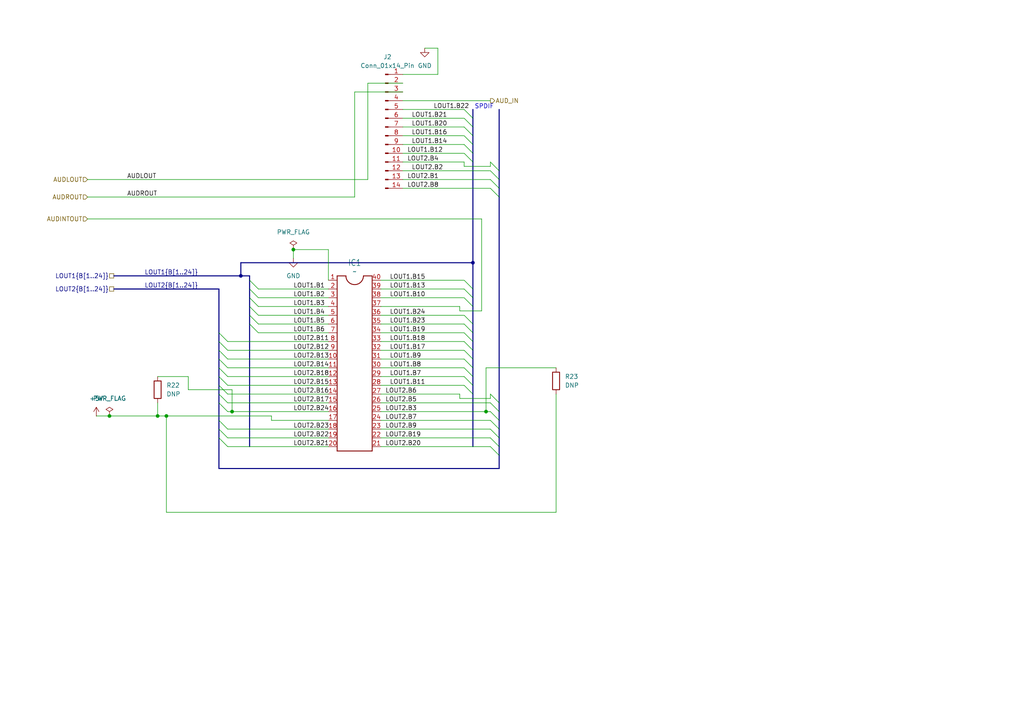
<source format=kicad_sch>
(kicad_sch
	(version 20250114)
	(generator "eeschema")
	(generator_version "9.0")
	(uuid "3e52fe32-0f8d-444f-8a4c-71cf9324a62d")
	(paper "A4")
	(lib_symbols
		(symbol "Connector:Conn_01x14_Pin"
			(pin_names
				(offset 1.016)
				(hide yes)
			)
			(exclude_from_sim no)
			(in_bom yes)
			(on_board yes)
			(property "Reference" "J"
				(at 0 17.78 0)
				(effects
					(font
						(size 1.27 1.27)
					)
				)
			)
			(property "Value" "Conn_01x14_Pin"
				(at 0 -20.32 0)
				(effects
					(font
						(size 1.27 1.27)
					)
				)
			)
			(property "Footprint" ""
				(at 0 0 0)
				(effects
					(font
						(size 1.27 1.27)
					)
					(hide yes)
				)
			)
			(property "Datasheet" "~"
				(at 0 0 0)
				(effects
					(font
						(size 1.27 1.27)
					)
					(hide yes)
				)
			)
			(property "Description" "Generic connector, single row, 01x14, script generated"
				(at 0 0 0)
				(effects
					(font
						(size 1.27 1.27)
					)
					(hide yes)
				)
			)
			(property "ki_locked" ""
				(at 0 0 0)
				(effects
					(font
						(size 1.27 1.27)
					)
				)
			)
			(property "ki_keywords" "connector"
				(at 0 0 0)
				(effects
					(font
						(size 1.27 1.27)
					)
					(hide yes)
				)
			)
			(property "ki_fp_filters" "Connector*:*_1x??_*"
				(at 0 0 0)
				(effects
					(font
						(size 1.27 1.27)
					)
					(hide yes)
				)
			)
			(symbol "Conn_01x14_Pin_1_1"
				(rectangle
					(start 0.8636 15.367)
					(end 0 15.113)
					(stroke
						(width 0.1524)
						(type default)
					)
					(fill
						(type outline)
					)
				)
				(rectangle
					(start 0.8636 12.827)
					(end 0 12.573)
					(stroke
						(width 0.1524)
						(type default)
					)
					(fill
						(type outline)
					)
				)
				(rectangle
					(start 0.8636 10.287)
					(end 0 10.033)
					(stroke
						(width 0.1524)
						(type default)
					)
					(fill
						(type outline)
					)
				)
				(rectangle
					(start 0.8636 7.747)
					(end 0 7.493)
					(stroke
						(width 0.1524)
						(type default)
					)
					(fill
						(type outline)
					)
				)
				(rectangle
					(start 0.8636 5.207)
					(end 0 4.953)
					(stroke
						(width 0.1524)
						(type default)
					)
					(fill
						(type outline)
					)
				)
				(rectangle
					(start 0.8636 2.667)
					(end 0 2.413)
					(stroke
						(width 0.1524)
						(type default)
					)
					(fill
						(type outline)
					)
				)
				(rectangle
					(start 0.8636 0.127)
					(end 0 -0.127)
					(stroke
						(width 0.1524)
						(type default)
					)
					(fill
						(type outline)
					)
				)
				(rectangle
					(start 0.8636 -2.413)
					(end 0 -2.667)
					(stroke
						(width 0.1524)
						(type default)
					)
					(fill
						(type outline)
					)
				)
				(rectangle
					(start 0.8636 -4.953)
					(end 0 -5.207)
					(stroke
						(width 0.1524)
						(type default)
					)
					(fill
						(type outline)
					)
				)
				(rectangle
					(start 0.8636 -7.493)
					(end 0 -7.747)
					(stroke
						(width 0.1524)
						(type default)
					)
					(fill
						(type outline)
					)
				)
				(rectangle
					(start 0.8636 -10.033)
					(end 0 -10.287)
					(stroke
						(width 0.1524)
						(type default)
					)
					(fill
						(type outline)
					)
				)
				(rectangle
					(start 0.8636 -12.573)
					(end 0 -12.827)
					(stroke
						(width 0.1524)
						(type default)
					)
					(fill
						(type outline)
					)
				)
				(rectangle
					(start 0.8636 -15.113)
					(end 0 -15.367)
					(stroke
						(width 0.1524)
						(type default)
					)
					(fill
						(type outline)
					)
				)
				(rectangle
					(start 0.8636 -17.653)
					(end 0 -17.907)
					(stroke
						(width 0.1524)
						(type default)
					)
					(fill
						(type outline)
					)
				)
				(polyline
					(pts
						(xy 1.27 15.24) (xy 0.8636 15.24)
					)
					(stroke
						(width 0.1524)
						(type default)
					)
					(fill
						(type none)
					)
				)
				(polyline
					(pts
						(xy 1.27 12.7) (xy 0.8636 12.7)
					)
					(stroke
						(width 0.1524)
						(type default)
					)
					(fill
						(type none)
					)
				)
				(polyline
					(pts
						(xy 1.27 10.16) (xy 0.8636 10.16)
					)
					(stroke
						(width 0.1524)
						(type default)
					)
					(fill
						(type none)
					)
				)
				(polyline
					(pts
						(xy 1.27 7.62) (xy 0.8636 7.62)
					)
					(stroke
						(width 0.1524)
						(type default)
					)
					(fill
						(type none)
					)
				)
				(polyline
					(pts
						(xy 1.27 5.08) (xy 0.8636 5.08)
					)
					(stroke
						(width 0.1524)
						(type default)
					)
					(fill
						(type none)
					)
				)
				(polyline
					(pts
						(xy 1.27 2.54) (xy 0.8636 2.54)
					)
					(stroke
						(width 0.1524)
						(type default)
					)
					(fill
						(type none)
					)
				)
				(polyline
					(pts
						(xy 1.27 0) (xy 0.8636 0)
					)
					(stroke
						(width 0.1524)
						(type default)
					)
					(fill
						(type none)
					)
				)
				(polyline
					(pts
						(xy 1.27 -2.54) (xy 0.8636 -2.54)
					)
					(stroke
						(width 0.1524)
						(type default)
					)
					(fill
						(type none)
					)
				)
				(polyline
					(pts
						(xy 1.27 -5.08) (xy 0.8636 -5.08)
					)
					(stroke
						(width 0.1524)
						(type default)
					)
					(fill
						(type none)
					)
				)
				(polyline
					(pts
						(xy 1.27 -7.62) (xy 0.8636 -7.62)
					)
					(stroke
						(width 0.1524)
						(type default)
					)
					(fill
						(type none)
					)
				)
				(polyline
					(pts
						(xy 1.27 -10.16) (xy 0.8636 -10.16)
					)
					(stroke
						(width 0.1524)
						(type default)
					)
					(fill
						(type none)
					)
				)
				(polyline
					(pts
						(xy 1.27 -12.7) (xy 0.8636 -12.7)
					)
					(stroke
						(width 0.1524)
						(type default)
					)
					(fill
						(type none)
					)
				)
				(polyline
					(pts
						(xy 1.27 -15.24) (xy 0.8636 -15.24)
					)
					(stroke
						(width 0.1524)
						(type default)
					)
					(fill
						(type none)
					)
				)
				(polyline
					(pts
						(xy 1.27 -17.78) (xy 0.8636 -17.78)
					)
					(stroke
						(width 0.1524)
						(type default)
					)
					(fill
						(type none)
					)
				)
				(pin passive line
					(at 5.08 15.24 180)
					(length 3.81)
					(name "Pin_1"
						(effects
							(font
								(size 1.27 1.27)
							)
						)
					)
					(number "1"
						(effects
							(font
								(size 1.27 1.27)
							)
						)
					)
				)
				(pin passive line
					(at 5.08 12.7 180)
					(length 3.81)
					(name "Pin_2"
						(effects
							(font
								(size 1.27 1.27)
							)
						)
					)
					(number "2"
						(effects
							(font
								(size 1.27 1.27)
							)
						)
					)
				)
				(pin passive line
					(at 5.08 10.16 180)
					(length 3.81)
					(name "Pin_3"
						(effects
							(font
								(size 1.27 1.27)
							)
						)
					)
					(number "3"
						(effects
							(font
								(size 1.27 1.27)
							)
						)
					)
				)
				(pin passive line
					(at 5.08 7.62 180)
					(length 3.81)
					(name "Pin_4"
						(effects
							(font
								(size 1.27 1.27)
							)
						)
					)
					(number "4"
						(effects
							(font
								(size 1.27 1.27)
							)
						)
					)
				)
				(pin passive line
					(at 5.08 5.08 180)
					(length 3.81)
					(name "Pin_5"
						(effects
							(font
								(size 1.27 1.27)
							)
						)
					)
					(number "5"
						(effects
							(font
								(size 1.27 1.27)
							)
						)
					)
				)
				(pin passive line
					(at 5.08 2.54 180)
					(length 3.81)
					(name "Pin_6"
						(effects
							(font
								(size 1.27 1.27)
							)
						)
					)
					(number "6"
						(effects
							(font
								(size 1.27 1.27)
							)
						)
					)
				)
				(pin passive line
					(at 5.08 0 180)
					(length 3.81)
					(name "Pin_7"
						(effects
							(font
								(size 1.27 1.27)
							)
						)
					)
					(number "7"
						(effects
							(font
								(size 1.27 1.27)
							)
						)
					)
				)
				(pin passive line
					(at 5.08 -2.54 180)
					(length 3.81)
					(name "Pin_8"
						(effects
							(font
								(size 1.27 1.27)
							)
						)
					)
					(number "8"
						(effects
							(font
								(size 1.27 1.27)
							)
						)
					)
				)
				(pin passive line
					(at 5.08 -5.08 180)
					(length 3.81)
					(name "Pin_9"
						(effects
							(font
								(size 1.27 1.27)
							)
						)
					)
					(number "9"
						(effects
							(font
								(size 1.27 1.27)
							)
						)
					)
				)
				(pin passive line
					(at 5.08 -7.62 180)
					(length 3.81)
					(name "Pin_10"
						(effects
							(font
								(size 1.27 1.27)
							)
						)
					)
					(number "10"
						(effects
							(font
								(size 1.27 1.27)
							)
						)
					)
				)
				(pin passive line
					(at 5.08 -10.16 180)
					(length 3.81)
					(name "Pin_11"
						(effects
							(font
								(size 1.27 1.27)
							)
						)
					)
					(number "11"
						(effects
							(font
								(size 1.27 1.27)
							)
						)
					)
				)
				(pin passive line
					(at 5.08 -12.7 180)
					(length 3.81)
					(name "Pin_12"
						(effects
							(font
								(size 1.27 1.27)
							)
						)
					)
					(number "12"
						(effects
							(font
								(size 1.27 1.27)
							)
						)
					)
				)
				(pin passive line
					(at 5.08 -15.24 180)
					(length 3.81)
					(name "Pin_13"
						(effects
							(font
								(size 1.27 1.27)
							)
						)
					)
					(number "13"
						(effects
							(font
								(size 1.27 1.27)
							)
						)
					)
				)
				(pin passive line
					(at 5.08 -17.78 180)
					(length 3.81)
					(name "Pin_14"
						(effects
							(font
								(size 1.27 1.27)
							)
						)
					)
					(number "14"
						(effects
							(font
								(size 1.27 1.27)
							)
						)
					)
				)
			)
			(embedded_fonts no)
		)
		(symbol "Device:R"
			(pin_numbers
				(hide yes)
			)
			(pin_names
				(offset 0)
			)
			(exclude_from_sim no)
			(in_bom yes)
			(on_board yes)
			(property "Reference" "R"
				(at 2.032 0 90)
				(effects
					(font
						(size 1.27 1.27)
					)
				)
			)
			(property "Value" "R"
				(at 0 0 90)
				(effects
					(font
						(size 1.27 1.27)
					)
				)
			)
			(property "Footprint" ""
				(at -1.778 0 90)
				(effects
					(font
						(size 1.27 1.27)
					)
					(hide yes)
				)
			)
			(property "Datasheet" "~"
				(at 0 0 0)
				(effects
					(font
						(size 1.27 1.27)
					)
					(hide yes)
				)
			)
			(property "Description" "Resistor"
				(at 0 0 0)
				(effects
					(font
						(size 1.27 1.27)
					)
					(hide yes)
				)
			)
			(property "ki_keywords" "R res resistor"
				(at 0 0 0)
				(effects
					(font
						(size 1.27 1.27)
					)
					(hide yes)
				)
			)
			(property "ki_fp_filters" "R_*"
				(at 0 0 0)
				(effects
					(font
						(size 1.27 1.27)
					)
					(hide yes)
				)
			)
			(symbol "R_0_1"
				(rectangle
					(start -1.016 -2.54)
					(end 1.016 2.54)
					(stroke
						(width 0.254)
						(type default)
					)
					(fill
						(type none)
					)
				)
			)
			(symbol "R_1_1"
				(pin passive line
					(at 0 3.81 270)
					(length 1.27)
					(name "~"
						(effects
							(font
								(size 1.27 1.27)
							)
						)
					)
					(number "1"
						(effects
							(font
								(size 1.27 1.27)
							)
						)
					)
				)
				(pin passive line
					(at 0 -3.81 90)
					(length 1.27)
					(name "~"
						(effects
							(font
								(size 1.27 1.27)
							)
						)
					)
					(number "2"
						(effects
							(font
								(size 1.27 1.27)
							)
						)
					)
				)
			)
			(embedded_fonts no)
		)
		(symbol "ic-package:DIL40"
			(exclude_from_sim no)
			(in_bom yes)
			(on_board yes)
			(property "Reference" "IC"
				(at -4.445 24.765 0)
				(effects
					(font
						(size 1.778 1.5113)
					)
					(justify left bottom)
				)
			)
			(property "Value" ""
				(at -4.445 -29.21 0)
				(effects
					(font
						(size 1.778 1.5113)
					)
					(justify left bottom)
				)
			)
			(property "Footprint" "ic-package:DIL40"
				(at 0 0 0)
				(effects
					(font
						(size 1.27 1.27)
					)
					(hide yes)
				)
			)
			(property "Datasheet" ""
				(at 0 0 0)
				(effects
					(font
						(size 1.27 1.27)
					)
					(hide yes)
				)
			)
			(property "Description" "Dual In Line"
				(at 0 0 0)
				(effects
					(font
						(size 1.27 1.27)
					)
					(hide yes)
				)
			)
			(property "ki_locked" ""
				(at 0 0 0)
				(effects
					(font
						(size 1.27 1.27)
					)
				)
			)
			(symbol "DIL40_1_0"
				(polyline
					(pts
						(xy -5.08 24.13) (xy -5.08 -26.67)
					)
					(stroke
						(width 0.254)
						(type solid)
					)
					(fill
						(type none)
					)
				)
				(polyline
					(pts
						(xy -5.08 24.13) (xy -2.54 24.13)
					)
					(stroke
						(width 0.254)
						(type solid)
					)
					(fill
						(type none)
					)
				)
				(polyline
					(pts
						(xy -5.08 -26.67) (xy 5.08 -26.67)
					)
					(stroke
						(width 0.254)
						(type solid)
					)
					(fill
						(type none)
					)
				)
				(arc
					(start 2.54 24.13)
					(mid 0 21.59)
					(end -2.54 24.13)
					(stroke
						(width 0.254)
						(type solid)
					)
					(fill
						(type none)
					)
				)
				(polyline
					(pts
						(xy 5.08 24.13) (xy 2.54 24.13)
					)
					(stroke
						(width 0.254)
						(type solid)
					)
					(fill
						(type none)
					)
				)
				(polyline
					(pts
						(xy 5.08 -26.67) (xy 5.08 24.13)
					)
					(stroke
						(width 0.254)
						(type solid)
					)
					(fill
						(type none)
					)
				)
				(pin passive line
					(at -7.62 22.86 0)
					(length 2.54)
					(name "1"
						(effects
							(font
								(size 0 0)
							)
						)
					)
					(number "1"
						(effects
							(font
								(size 1.27 1.27)
							)
						)
					)
				)
				(pin passive line
					(at -7.62 20.32 0)
					(length 2.54)
					(name "2"
						(effects
							(font
								(size 0 0)
							)
						)
					)
					(number "2"
						(effects
							(font
								(size 1.27 1.27)
							)
						)
					)
				)
				(pin passive line
					(at -7.62 17.78 0)
					(length 2.54)
					(name "3"
						(effects
							(font
								(size 0 0)
							)
						)
					)
					(number "3"
						(effects
							(font
								(size 1.27 1.27)
							)
						)
					)
				)
				(pin passive line
					(at -7.62 15.24 0)
					(length 2.54)
					(name "4"
						(effects
							(font
								(size 0 0)
							)
						)
					)
					(number "4"
						(effects
							(font
								(size 1.27 1.27)
							)
						)
					)
				)
				(pin passive line
					(at -7.62 12.7 0)
					(length 2.54)
					(name "5"
						(effects
							(font
								(size 0 0)
							)
						)
					)
					(number "5"
						(effects
							(font
								(size 1.27 1.27)
							)
						)
					)
				)
				(pin passive line
					(at -7.62 10.16 0)
					(length 2.54)
					(name "6"
						(effects
							(font
								(size 0 0)
							)
						)
					)
					(number "6"
						(effects
							(font
								(size 1.27 1.27)
							)
						)
					)
				)
				(pin passive line
					(at -7.62 7.62 0)
					(length 2.54)
					(name "7"
						(effects
							(font
								(size 0 0)
							)
						)
					)
					(number "7"
						(effects
							(font
								(size 1.27 1.27)
							)
						)
					)
				)
				(pin passive line
					(at -7.62 5.08 0)
					(length 2.54)
					(name "8"
						(effects
							(font
								(size 0 0)
							)
						)
					)
					(number "8"
						(effects
							(font
								(size 1.27 1.27)
							)
						)
					)
				)
				(pin passive line
					(at -7.62 2.54 0)
					(length 2.54)
					(name "9"
						(effects
							(font
								(size 0 0)
							)
						)
					)
					(number "9"
						(effects
							(font
								(size 1.27 1.27)
							)
						)
					)
				)
				(pin passive line
					(at -7.62 0 0)
					(length 2.54)
					(name "10"
						(effects
							(font
								(size 0 0)
							)
						)
					)
					(number "10"
						(effects
							(font
								(size 1.27 1.27)
							)
						)
					)
				)
				(pin passive line
					(at -7.62 -2.54 0)
					(length 2.54)
					(name "11"
						(effects
							(font
								(size 0 0)
							)
						)
					)
					(number "11"
						(effects
							(font
								(size 1.27 1.27)
							)
						)
					)
				)
				(pin passive line
					(at -7.62 -5.08 0)
					(length 2.54)
					(name "12"
						(effects
							(font
								(size 0 0)
							)
						)
					)
					(number "12"
						(effects
							(font
								(size 1.27 1.27)
							)
						)
					)
				)
				(pin passive line
					(at -7.62 -7.62 0)
					(length 2.54)
					(name "13"
						(effects
							(font
								(size 0 0)
							)
						)
					)
					(number "13"
						(effects
							(font
								(size 1.27 1.27)
							)
						)
					)
				)
				(pin passive line
					(at -7.62 -10.16 0)
					(length 2.54)
					(name "14"
						(effects
							(font
								(size 0 0)
							)
						)
					)
					(number "14"
						(effects
							(font
								(size 1.27 1.27)
							)
						)
					)
				)
				(pin passive line
					(at -7.62 -12.7 0)
					(length 2.54)
					(name "15"
						(effects
							(font
								(size 0 0)
							)
						)
					)
					(number "15"
						(effects
							(font
								(size 1.27 1.27)
							)
						)
					)
				)
				(pin passive line
					(at -7.62 -15.24 0)
					(length 2.54)
					(name "16"
						(effects
							(font
								(size 0 0)
							)
						)
					)
					(number "16"
						(effects
							(font
								(size 1.27 1.27)
							)
						)
					)
				)
				(pin passive line
					(at -7.62 -17.78 0)
					(length 2.54)
					(name "17"
						(effects
							(font
								(size 0 0)
							)
						)
					)
					(number "17"
						(effects
							(font
								(size 1.27 1.27)
							)
						)
					)
				)
				(pin passive line
					(at -7.62 -20.32 0)
					(length 2.54)
					(name "18"
						(effects
							(font
								(size 0 0)
							)
						)
					)
					(number "18"
						(effects
							(font
								(size 1.27 1.27)
							)
						)
					)
				)
				(pin passive line
					(at -7.62 -22.86 0)
					(length 2.54)
					(name "19"
						(effects
							(font
								(size 0 0)
							)
						)
					)
					(number "19"
						(effects
							(font
								(size 1.27 1.27)
							)
						)
					)
				)
				(pin passive line
					(at -7.62 -25.4 0)
					(length 2.54)
					(name "20"
						(effects
							(font
								(size 0 0)
							)
						)
					)
					(number "20"
						(effects
							(font
								(size 1.27 1.27)
							)
						)
					)
				)
				(pin passive line
					(at 7.62 22.86 180)
					(length 2.54)
					(name "40"
						(effects
							(font
								(size 0 0)
							)
						)
					)
					(number "40"
						(effects
							(font
								(size 1.27 1.27)
							)
						)
					)
				)
				(pin passive line
					(at 7.62 20.32 180)
					(length 2.54)
					(name "39"
						(effects
							(font
								(size 0 0)
							)
						)
					)
					(number "39"
						(effects
							(font
								(size 1.27 1.27)
							)
						)
					)
				)
				(pin passive line
					(at 7.62 17.78 180)
					(length 2.54)
					(name "38"
						(effects
							(font
								(size 0 0)
							)
						)
					)
					(number "38"
						(effects
							(font
								(size 1.27 1.27)
							)
						)
					)
				)
				(pin passive line
					(at 7.62 15.24 180)
					(length 2.54)
					(name "37"
						(effects
							(font
								(size 0 0)
							)
						)
					)
					(number "37"
						(effects
							(font
								(size 1.27 1.27)
							)
						)
					)
				)
				(pin passive line
					(at 7.62 12.7 180)
					(length 2.54)
					(name "36"
						(effects
							(font
								(size 0 0)
							)
						)
					)
					(number "36"
						(effects
							(font
								(size 1.27 1.27)
							)
						)
					)
				)
				(pin passive line
					(at 7.62 10.16 180)
					(length 2.54)
					(name "35"
						(effects
							(font
								(size 0 0)
							)
						)
					)
					(number "35"
						(effects
							(font
								(size 1.27 1.27)
							)
						)
					)
				)
				(pin passive line
					(at 7.62 7.62 180)
					(length 2.54)
					(name "34"
						(effects
							(font
								(size 0 0)
							)
						)
					)
					(number "34"
						(effects
							(font
								(size 1.27 1.27)
							)
						)
					)
				)
				(pin passive line
					(at 7.62 5.08 180)
					(length 2.54)
					(name "33"
						(effects
							(font
								(size 0 0)
							)
						)
					)
					(number "33"
						(effects
							(font
								(size 1.27 1.27)
							)
						)
					)
				)
				(pin passive line
					(at 7.62 2.54 180)
					(length 2.54)
					(name "32"
						(effects
							(font
								(size 0 0)
							)
						)
					)
					(number "32"
						(effects
							(font
								(size 1.27 1.27)
							)
						)
					)
				)
				(pin passive line
					(at 7.62 0 180)
					(length 2.54)
					(name "31"
						(effects
							(font
								(size 0 0)
							)
						)
					)
					(number "31"
						(effects
							(font
								(size 1.27 1.27)
							)
						)
					)
				)
				(pin passive line
					(at 7.62 -2.54 180)
					(length 2.54)
					(name "30"
						(effects
							(font
								(size 0 0)
							)
						)
					)
					(number "30"
						(effects
							(font
								(size 1.27 1.27)
							)
						)
					)
				)
				(pin passive line
					(at 7.62 -5.08 180)
					(length 2.54)
					(name "29"
						(effects
							(font
								(size 0 0)
							)
						)
					)
					(number "29"
						(effects
							(font
								(size 1.27 1.27)
							)
						)
					)
				)
				(pin passive line
					(at 7.62 -7.62 180)
					(length 2.54)
					(name "28"
						(effects
							(font
								(size 0 0)
							)
						)
					)
					(number "28"
						(effects
							(font
								(size 1.27 1.27)
							)
						)
					)
				)
				(pin passive line
					(at 7.62 -10.16 180)
					(length 2.54)
					(name "27"
						(effects
							(font
								(size 0 0)
							)
						)
					)
					(number "27"
						(effects
							(font
								(size 1.27 1.27)
							)
						)
					)
				)
				(pin passive line
					(at 7.62 -12.7 180)
					(length 2.54)
					(name "26"
						(effects
							(font
								(size 0 0)
							)
						)
					)
					(number "26"
						(effects
							(font
								(size 1.27 1.27)
							)
						)
					)
				)
				(pin passive line
					(at 7.62 -15.24 180)
					(length 2.54)
					(name "25"
						(effects
							(font
								(size 0 0)
							)
						)
					)
					(number "25"
						(effects
							(font
								(size 1.27 1.27)
							)
						)
					)
				)
				(pin passive line
					(at 7.62 -17.78 180)
					(length 2.54)
					(name "24"
						(effects
							(font
								(size 0 0)
							)
						)
					)
					(number "24"
						(effects
							(font
								(size 1.27 1.27)
							)
						)
					)
				)
				(pin passive line
					(at 7.62 -20.32 180)
					(length 2.54)
					(name "23"
						(effects
							(font
								(size 0 0)
							)
						)
					)
					(number "23"
						(effects
							(font
								(size 1.27 1.27)
							)
						)
					)
				)
				(pin passive line
					(at 7.62 -22.86 180)
					(length 2.54)
					(name "22"
						(effects
							(font
								(size 0 0)
							)
						)
					)
					(number "22"
						(effects
							(font
								(size 1.27 1.27)
							)
						)
					)
				)
				(pin passive line
					(at 7.62 -25.4 180)
					(length 2.54)
					(name "21"
						(effects
							(font
								(size 0 0)
							)
						)
					)
					(number "21"
						(effects
							(font
								(size 1.27 1.27)
							)
						)
					)
				)
			)
			(embedded_fonts no)
		)
		(symbol "power:+5V"
			(power)
			(pin_numbers
				(hide yes)
			)
			(pin_names
				(offset 0)
				(hide yes)
			)
			(exclude_from_sim no)
			(in_bom yes)
			(on_board yes)
			(property "Reference" "#PWR"
				(at 0 -3.81 0)
				(effects
					(font
						(size 1.27 1.27)
					)
					(hide yes)
				)
			)
			(property "Value" "+5V"
				(at 0 3.556 0)
				(effects
					(font
						(size 1.27 1.27)
					)
				)
			)
			(property "Footprint" ""
				(at 0 0 0)
				(effects
					(font
						(size 1.27 1.27)
					)
					(hide yes)
				)
			)
			(property "Datasheet" ""
				(at 0 0 0)
				(effects
					(font
						(size 1.27 1.27)
					)
					(hide yes)
				)
			)
			(property "Description" "Power symbol creates a global label with name \"+5V\""
				(at 0 0 0)
				(effects
					(font
						(size 1.27 1.27)
					)
					(hide yes)
				)
			)
			(property "ki_keywords" "global power"
				(at 0 0 0)
				(effects
					(font
						(size 1.27 1.27)
					)
					(hide yes)
				)
			)
			(symbol "+5V_0_1"
				(polyline
					(pts
						(xy -0.762 1.27) (xy 0 2.54)
					)
					(stroke
						(width 0)
						(type default)
					)
					(fill
						(type none)
					)
				)
				(polyline
					(pts
						(xy 0 2.54) (xy 0.762 1.27)
					)
					(stroke
						(width 0)
						(type default)
					)
					(fill
						(type none)
					)
				)
				(polyline
					(pts
						(xy 0 0) (xy 0 2.54)
					)
					(stroke
						(width 0)
						(type default)
					)
					(fill
						(type none)
					)
				)
			)
			(symbol "+5V_1_1"
				(pin power_in line
					(at 0 0 90)
					(length 0)
					(name "~"
						(effects
							(font
								(size 1.27 1.27)
							)
						)
					)
					(number "1"
						(effects
							(font
								(size 1.27 1.27)
							)
						)
					)
				)
			)
			(embedded_fonts no)
		)
		(symbol "power:GND"
			(power)
			(pin_numbers
				(hide yes)
			)
			(pin_names
				(offset 0)
				(hide yes)
			)
			(exclude_from_sim no)
			(in_bom yes)
			(on_board yes)
			(property "Reference" "#PWR"
				(at 0 -6.35 0)
				(effects
					(font
						(size 1.27 1.27)
					)
					(hide yes)
				)
			)
			(property "Value" "GND"
				(at 0 -3.81 0)
				(effects
					(font
						(size 1.27 1.27)
					)
				)
			)
			(property "Footprint" ""
				(at 0 0 0)
				(effects
					(font
						(size 1.27 1.27)
					)
					(hide yes)
				)
			)
			(property "Datasheet" ""
				(at 0 0 0)
				(effects
					(font
						(size 1.27 1.27)
					)
					(hide yes)
				)
			)
			(property "Description" "Power symbol creates a global label with name \"GND\" , ground"
				(at 0 0 0)
				(effects
					(font
						(size 1.27 1.27)
					)
					(hide yes)
				)
			)
			(property "ki_keywords" "global power"
				(at 0 0 0)
				(effects
					(font
						(size 1.27 1.27)
					)
					(hide yes)
				)
			)
			(symbol "GND_0_1"
				(polyline
					(pts
						(xy 0 0) (xy 0 -1.27) (xy 1.27 -1.27) (xy 0 -2.54) (xy -1.27 -1.27) (xy 0 -1.27)
					)
					(stroke
						(width 0)
						(type default)
					)
					(fill
						(type none)
					)
				)
			)
			(symbol "GND_1_1"
				(pin power_in line
					(at 0 0 270)
					(length 0)
					(name "~"
						(effects
							(font
								(size 1.27 1.27)
							)
						)
					)
					(number "1"
						(effects
							(font
								(size 1.27 1.27)
							)
						)
					)
				)
			)
			(embedded_fonts no)
		)
		(symbol "power:PWR_FLAG"
			(power)
			(pin_numbers
				(hide yes)
			)
			(pin_names
				(offset 0)
				(hide yes)
			)
			(exclude_from_sim no)
			(in_bom yes)
			(on_board yes)
			(property "Reference" "#FLG"
				(at 0 1.905 0)
				(effects
					(font
						(size 1.27 1.27)
					)
					(hide yes)
				)
			)
			(property "Value" "PWR_FLAG"
				(at 0 3.81 0)
				(effects
					(font
						(size 1.27 1.27)
					)
				)
			)
			(property "Footprint" ""
				(at 0 0 0)
				(effects
					(font
						(size 1.27 1.27)
					)
					(hide yes)
				)
			)
			(property "Datasheet" "~"
				(at 0 0 0)
				(effects
					(font
						(size 1.27 1.27)
					)
					(hide yes)
				)
			)
			(property "Description" "Special symbol for telling ERC where power comes from"
				(at 0 0 0)
				(effects
					(font
						(size 1.27 1.27)
					)
					(hide yes)
				)
			)
			(property "ki_keywords" "flag power"
				(at 0 0 0)
				(effects
					(font
						(size 1.27 1.27)
					)
					(hide yes)
				)
			)
			(symbol "PWR_FLAG_0_0"
				(pin power_out line
					(at 0 0 90)
					(length 0)
					(name "~"
						(effects
							(font
								(size 1.27 1.27)
							)
						)
					)
					(number "1"
						(effects
							(font
								(size 1.27 1.27)
							)
						)
					)
				)
			)
			(symbol "PWR_FLAG_0_1"
				(polyline
					(pts
						(xy 0 0) (xy 0 1.27) (xy -1.016 1.905) (xy 0 2.54) (xy 1.016 1.905) (xy 0 1.27)
					)
					(stroke
						(width 0)
						(type default)
					)
					(fill
						(type none)
					)
				)
			)
			(embedded_fonts no)
		)
	)
	(text "SPDIF\n"
		(exclude_from_sim no)
		(at 140.462 30.988 0)
		(effects
			(font
				(size 1.27 1.27)
			)
		)
		(uuid "bdf5216a-1031-4e65-9f90-27b7d381ca62")
	)
	(junction
		(at 85.09 72.39)
		(diameter 0)
		(color 0 0 0 0)
		(uuid "1ed64289-6c81-40b0-933e-0fa754e83a14")
	)
	(junction
		(at 48.26 120.65)
		(diameter 0)
		(color 0 0 0 0)
		(uuid "1f70c89c-7b3b-46d2-89f6-eb0c9fff615c")
	)
	(junction
		(at 67.31 119.38)
		(diameter 0)
		(color 0 0 0 0)
		(uuid "5b5160c6-32bb-4d52-8415-dcf8eefc0d69")
	)
	(junction
		(at 69.85 80.01)
		(diameter 0)
		(color 0 0 0 0)
		(uuid "6287a479-b8c2-4873-842c-0634087fdc03")
	)
	(junction
		(at 140.97 119.38)
		(diameter 0)
		(color 0 0 0 0)
		(uuid "65f267ff-d803-461f-a3ca-3ce2b63e5d07")
	)
	(junction
		(at 137.16 76.2)
		(diameter 0)
		(color 0 0 0 0)
		(uuid "697f330f-a510-4237-91b2-cd15856b75cb")
	)
	(junction
		(at 31.75 120.65)
		(diameter 0)
		(color 0 0 0 0)
		(uuid "7408d0ee-448a-47be-aa7f-504b60ec17d3")
	)
	(junction
		(at 45.72 120.65)
		(diameter 0)
		(color 0 0 0 0)
		(uuid "d207a208-5c2c-485b-acb3-a0d8d57ba789")
	)
	(bus_entry
		(at 142.24 49.53)
		(size 2.54 2.54)
		(stroke
			(width 0)
			(type default)
		)
		(uuid "050c9838-8243-4f67-ad11-abc2653b93bd")
	)
	(bus_entry
		(at 142.24 54.61)
		(size 2.54 2.54)
		(stroke
			(width 0)
			(type default)
		)
		(uuid "09cab446-24b1-4ee7-95b8-f2ab8219211b")
	)
	(bus_entry
		(at 63.5 127)
		(size 2.54 2.54)
		(stroke
			(width 0)
			(type default)
		)
		(uuid "0e572f50-b640-42ef-8515-4b6913bab623")
	)
	(bus_entry
		(at 134.62 34.29)
		(size 2.54 2.54)
		(stroke
			(width 0)
			(type default)
		)
		(uuid "14f587f4-6caa-4301-9404-78c23cf6a79d")
	)
	(bus_entry
		(at 142.24 124.46)
		(size 2.54 2.54)
		(stroke
			(width 0)
			(type default)
		)
		(uuid "153077f9-5d19-4568-a465-28fbc8fea6da")
	)
	(bus_entry
		(at 72.39 91.44)
		(size 2.54 2.54)
		(stroke
			(width 0)
			(type default)
		)
		(uuid "1be03352-0ae0-49fc-8215-978b2ed0658a")
	)
	(bus_entry
		(at 142.24 127)
		(size 2.54 2.54)
		(stroke
			(width 0)
			(type default)
		)
		(uuid "243bff0e-6a41-4b18-8781-aee9e2a4e7b5")
	)
	(bus_entry
		(at 72.39 93.98)
		(size 2.54 2.54)
		(stroke
			(width 0)
			(type default)
		)
		(uuid "2755c062-79b5-41d3-aea8-5d6c81f0e043")
	)
	(bus_entry
		(at 134.62 99.06)
		(size 2.54 2.54)
		(stroke
			(width 0)
			(type default)
		)
		(uuid "335ce8c2-cfe0-4cad-99e8-01c7cbf8b051")
	)
	(bus_entry
		(at 134.62 86.36)
		(size 2.54 2.54)
		(stroke
			(width 0)
			(type default)
		)
		(uuid "39f95e2e-6b75-4df3-b5a3-a5fecda17101")
	)
	(bus_entry
		(at 142.24 119.38)
		(size 2.54 2.54)
		(stroke
			(width 0)
			(type default)
		)
		(uuid "3c369725-c25a-4c04-98f0-5ec92ee04f76")
	)
	(bus_entry
		(at 134.62 41.91)
		(size 2.54 2.54)
		(stroke
			(width 0)
			(type default)
		)
		(uuid "40b17327-46df-41c5-b61b-ac78c63e0056")
	)
	(bus_entry
		(at 72.39 83.82)
		(size 2.54 2.54)
		(stroke
			(width 0)
			(type default)
		)
		(uuid "459e22c6-0e9f-45a2-b097-ca79e2aa7563")
	)
	(bus_entry
		(at 63.5 101.6)
		(size 2.54 2.54)
		(stroke
			(width 0)
			(type default)
		)
		(uuid "4d04998c-a34e-42cd-a563-587e57815427")
	)
	(bus_entry
		(at 63.5 121.92)
		(size 2.54 2.54)
		(stroke
			(width 0)
			(type default)
		)
		(uuid "55bde1c0-5a8a-44af-83c6-3882f0eaeb0d")
	)
	(bus_entry
		(at 134.62 104.14)
		(size 2.54 2.54)
		(stroke
			(width 0)
			(type default)
		)
		(uuid "5913b8f6-199f-4998-a8e2-2226a99ded44")
	)
	(bus_entry
		(at 134.62 96.52)
		(size 2.54 2.54)
		(stroke
			(width 0)
			(type default)
		)
		(uuid "59e3d941-85ce-4a7c-8a8b-416ec603c73e")
	)
	(bus_entry
		(at 134.62 39.37)
		(size 2.54 2.54)
		(stroke
			(width 0)
			(type default)
		)
		(uuid "5a5016d3-1196-4146-9f7b-956e25620f65")
	)
	(bus_entry
		(at 63.5 109.22)
		(size 2.54 2.54)
		(stroke
			(width 0)
			(type default)
		)
		(uuid "5be643fa-7d89-40e1-86f6-253868d14a6b")
	)
	(bus_entry
		(at 63.5 114.3)
		(size 2.54 2.54)
		(stroke
			(width 0)
			(type default)
		)
		(uuid "5e7c2e5f-1f0d-40b6-a180-64cf039070b2")
	)
	(bus_entry
		(at 142.24 116.84)
		(size 2.54 2.54)
		(stroke
			(width 0)
			(type default)
		)
		(uuid "61395f60-74af-45a7-91a7-4788dfb103c0")
	)
	(bus_entry
		(at 134.62 81.28)
		(size 2.54 2.54)
		(stroke
			(width 0)
			(type default)
		)
		(uuid "65caad60-72a7-4d96-a14e-a8108f0bc006")
	)
	(bus_entry
		(at 142.24 121.92)
		(size 2.54 2.54)
		(stroke
			(width 0)
			(type default)
		)
		(uuid "7767f52c-c30e-46a6-bdfd-36cdaecd2758")
	)
	(bus_entry
		(at 142.24 129.54)
		(size 2.54 2.54)
		(stroke
			(width 0)
			(type default)
		)
		(uuid "7f7d014a-2d6e-48f3-9b6b-6990ace70520")
	)
	(bus_entry
		(at 134.62 101.6)
		(size 2.54 2.54)
		(stroke
			(width 0)
			(type default)
		)
		(uuid "836a8a2d-dbcd-4fe9-92c1-b6cdbacda8f3")
	)
	(bus_entry
		(at 72.39 81.28)
		(size 2.54 2.54)
		(stroke
			(width 0)
			(type default)
		)
		(uuid "89216565-94df-4b9f-98a4-82e55fdcd2c5")
	)
	(bus_entry
		(at 142.24 46.99)
		(size 2.54 2.54)
		(stroke
			(width 0)
			(type default)
		)
		(uuid "939cbdcd-98c2-43bd-8b86-efb19fa50974")
	)
	(bus_entry
		(at 134.62 36.83)
		(size 2.54 2.54)
		(stroke
			(width 0)
			(type default)
		)
		(uuid "94395d14-b53d-496b-bdd0-4f2de0ceb139")
	)
	(bus_entry
		(at 72.39 88.9)
		(size 2.54 2.54)
		(stroke
			(width 0)
			(type default)
		)
		(uuid "967bc622-c685-4f98-a7e2-2efe8820a264")
	)
	(bus_entry
		(at 142.24 114.3)
		(size 2.54 2.54)
		(stroke
			(width 0)
			(type default)
		)
		(uuid "a4753edf-4657-4db5-9204-10085c04e8b3")
	)
	(bus_entry
		(at 63.5 111.76)
		(size 2.54 2.54)
		(stroke
			(width 0)
			(type default)
		)
		(uuid "a4d3b44c-754a-48c1-9d85-25d43119e784")
	)
	(bus_entry
		(at 63.5 106.68)
		(size 2.54 2.54)
		(stroke
			(width 0)
			(type default)
		)
		(uuid "ac2a21b4-c885-489b-8435-293727e13443")
	)
	(bus_entry
		(at 134.62 93.98)
		(size 2.54 2.54)
		(stroke
			(width 0)
			(type default)
		)
		(uuid "afe5f1f5-eca8-4e50-8090-d4b048e722ec")
	)
	(bus_entry
		(at 134.62 109.22)
		(size 2.54 2.54)
		(stroke
			(width 0)
			(type default)
		)
		(uuid "b5d9a62e-2ea2-430d-b5ab-416c20576200")
	)
	(bus_entry
		(at 134.62 111.76)
		(size 2.54 2.54)
		(stroke
			(width 0)
			(type default)
		)
		(uuid "b874086a-fa21-43ed-97aa-20ef6e50705a")
	)
	(bus_entry
		(at 134.62 106.68)
		(size 2.54 2.54)
		(stroke
			(width 0)
			(type default)
		)
		(uuid "bcaf71aa-1852-4072-a33b-c87c55f4e036")
	)
	(bus_entry
		(at 63.5 99.06)
		(size 2.54 2.54)
		(stroke
			(width 0)
			(type default)
		)
		(uuid "c901e74d-fe86-42ec-aaf0-4fa0d05b55db")
	)
	(bus_entry
		(at 134.62 44.45)
		(size 2.54 2.54)
		(stroke
			(width 0)
			(type default)
		)
		(uuid "ca10f46b-ed41-4ab5-8130-5c51781d94df")
	)
	(bus_entry
		(at 72.39 86.36)
		(size 2.54 2.54)
		(stroke
			(width 0)
			(type default)
		)
		(uuid "ca987206-4c20-4a53-b3a2-179baa5ff5a3")
	)
	(bus_entry
		(at 134.62 91.44)
		(size 2.54 2.54)
		(stroke
			(width 0)
			(type default)
		)
		(uuid "cb884656-260e-4bb5-85de-8923e55cb252")
	)
	(bus_entry
		(at 63.5 104.14)
		(size 2.54 2.54)
		(stroke
			(width 0)
			(type default)
		)
		(uuid "d1da8a1d-c9e4-4920-af31-6342d943f3fe")
	)
	(bus_entry
		(at 134.62 31.75)
		(size 2.54 2.54)
		(stroke
			(width 0)
			(type default)
		)
		(uuid "d2d69212-4ed9-49cd-99bd-253bb6113af0")
	)
	(bus_entry
		(at 63.5 124.46)
		(size 2.54 2.54)
		(stroke
			(width 0)
			(type default)
		)
		(uuid "d5156531-509f-4d9b-8fd9-48a8677bfba9")
	)
	(bus_entry
		(at 63.5 116.84)
		(size 2.54 2.54)
		(stroke
			(width 0)
			(type default)
		)
		(uuid "dab3ba6e-3533-48be-89c0-420da67184a7")
	)
	(bus_entry
		(at 134.62 83.82)
		(size 2.54 2.54)
		(stroke
			(width 0)
			(type default)
		)
		(uuid "e5718ede-5e32-4d53-bb3b-87c2f77d0312")
	)
	(bus_entry
		(at 142.24 52.07)
		(size 2.54 2.54)
		(stroke
			(width 0)
			(type default)
		)
		(uuid "ecb61efa-68fb-470d-9c3b-bd28b740d3bb")
	)
	(bus_entry
		(at 63.5 96.52)
		(size 2.54 2.54)
		(stroke
			(width 0)
			(type default)
		)
		(uuid "f633d68c-7db0-4281-bf23-cc62bf868564")
	)
	(wire
		(pts
			(xy 102.87 26.67) (xy 116.84 26.67)
		)
		(stroke
			(width 0)
			(type default)
		)
		(uuid "0236241e-2731-4d68-89f6-f5905efee16f")
	)
	(bus
		(pts
			(xy 63.5 124.46) (xy 63.5 127)
		)
		(stroke
			(width 0)
			(type default)
		)
		(uuid "029399e6-ca46-4235-a666-999fcae58153")
	)
	(bus
		(pts
			(xy 69.85 80.01) (xy 72.39 80.01)
		)
		(stroke
			(width 0)
			(type default)
		)
		(uuid "029630fe-2926-4778-aec9-3dafabcff4e8")
	)
	(wire
		(pts
			(xy 110.49 106.68) (xy 134.62 106.68)
		)
		(stroke
			(width 0)
			(type default)
		)
		(uuid "03561c29-05c7-4aa0-ad47-27bcd668a7fb")
	)
	(wire
		(pts
			(xy 85.09 72.39) (xy 85.09 74.93)
		)
		(stroke
			(width 0)
			(type default)
		)
		(uuid "0b1e68fe-6f45-4a8b-9467-5afa2299fc4b")
	)
	(bus
		(pts
			(xy 69.85 76.2) (xy 137.16 76.2)
		)
		(stroke
			(width 0)
			(type default)
		)
		(uuid "0b821a19-6907-4548-81bc-63380d8f14c6")
	)
	(bus
		(pts
			(xy 137.16 114.3) (xy 137.16 129.54)
		)
		(stroke
			(width 0)
			(type default)
		)
		(uuid "0c06b78e-622c-46d4-a94e-40d53783f648")
	)
	(wire
		(pts
			(xy 140.97 106.68) (xy 140.97 119.38)
		)
		(stroke
			(width 0)
			(type default)
		)
		(uuid "14e6e2f0-20e2-4292-b4ed-0924ba2f08d4")
	)
	(bus
		(pts
			(xy 72.39 86.36) (xy 72.39 88.9)
		)
		(stroke
			(width 0)
			(type default)
		)
		(uuid "151147df-5d0c-4281-ba80-0f32bf91d11e")
	)
	(wire
		(pts
			(xy 110.49 104.14) (xy 134.62 104.14)
		)
		(stroke
			(width 0)
			(type default)
		)
		(uuid "15e2b927-5703-4e34-b25a-2448c74ace7c")
	)
	(wire
		(pts
			(xy 95.25 81.28) (xy 95.25 72.39)
		)
		(stroke
			(width 0)
			(type default)
		)
		(uuid "16c1d50b-b7cb-403e-be4b-3e8e2f0e6c06")
	)
	(wire
		(pts
			(xy 110.49 121.92) (xy 142.24 121.92)
		)
		(stroke
			(width 0)
			(type default)
		)
		(uuid "17629188-54d5-46bc-9efc-da86b30c0e8a")
	)
	(wire
		(pts
			(xy 127 21.59) (xy 127 13.97)
		)
		(stroke
			(width 0)
			(type default)
		)
		(uuid "18f66858-ea82-47ae-918c-a9a9054466d9")
	)
	(wire
		(pts
			(xy 110.49 111.76) (xy 134.62 111.76)
		)
		(stroke
			(width 0)
			(type default)
		)
		(uuid "1aacca5e-148e-4724-88d9-a331511d8fd4")
	)
	(bus
		(pts
			(xy 137.16 34.29) (xy 137.16 36.83)
		)
		(stroke
			(width 0)
			(type default)
		)
		(uuid "1c4594a6-0e41-45b7-a0a6-e2612890502b")
	)
	(bus
		(pts
			(xy 144.78 127) (xy 144.78 129.54)
		)
		(stroke
			(width 0)
			(type default)
		)
		(uuid "1ff5fc7c-c5fa-49e1-bae1-0b3d356ca21c")
	)
	(wire
		(pts
			(xy 110.49 88.9) (xy 133.35 88.9)
		)
		(stroke
			(width 0)
			(type default)
		)
		(uuid "2006c9af-6aa2-4b4c-8975-da98b1c774f3")
	)
	(bus
		(pts
			(xy 33.02 80.01) (xy 69.85 80.01)
		)
		(stroke
			(width 0)
			(type default)
		)
		(uuid "202d6e19-ffa7-46f1-907b-d5f4341b8b9d")
	)
	(wire
		(pts
			(xy 106.68 24.13) (xy 116.84 24.13)
		)
		(stroke
			(width 0)
			(type default)
		)
		(uuid "2262dee3-4672-4b46-b55f-1e3b8ff9f826")
	)
	(wire
		(pts
			(xy 142.24 115.57) (xy 142.24 114.3)
		)
		(stroke
			(width 0)
			(type default)
		)
		(uuid "25af294d-6157-47da-8d8a-9ce5a960c163")
	)
	(bus
		(pts
			(xy 63.5 104.14) (xy 63.5 106.68)
		)
		(stroke
			(width 0)
			(type default)
		)
		(uuid "26c26ed3-c547-43d0-9503-b41406f43743")
	)
	(bus
		(pts
			(xy 137.16 111.76) (xy 137.16 114.3)
		)
		(stroke
			(width 0)
			(type default)
		)
		(uuid "270eb08a-10f8-4e1e-85ca-7f7156c6458b")
	)
	(wire
		(pts
			(xy 54.61 109.22) (xy 45.72 109.22)
		)
		(stroke
			(width 0)
			(type default)
		)
		(uuid "279e2d97-ed97-4a76-a549-a637b3e57aad")
	)
	(bus
		(pts
			(xy 63.5 109.22) (xy 63.5 111.76)
		)
		(stroke
			(width 0)
			(type default)
		)
		(uuid "2a856bd8-9653-4ca4-94ce-62d338fa7baf")
	)
	(wire
		(pts
			(xy 78.74 120.65) (xy 78.74 121.92)
		)
		(stroke
			(width 0)
			(type default)
		)
		(uuid "2ab6cc20-823a-484d-8cfe-06bce0de893e")
	)
	(wire
		(pts
			(xy 66.04 101.6) (xy 95.25 101.6)
		)
		(stroke
			(width 0)
			(type default)
		)
		(uuid "2c06d63a-dab4-4f53-bf8e-655156578777")
	)
	(wire
		(pts
			(xy 102.87 57.15) (xy 102.87 26.67)
		)
		(stroke
			(width 0)
			(type default)
		)
		(uuid "2c7139ab-0698-41a5-a80d-58ee6ef542a5")
	)
	(wire
		(pts
			(xy 48.26 148.59) (xy 161.29 148.59)
		)
		(stroke
			(width 0)
			(type default)
		)
		(uuid "32beb692-189d-4933-8950-a2c1f6f78ad5")
	)
	(wire
		(pts
			(xy 116.84 41.91) (xy 134.62 41.91)
		)
		(stroke
			(width 0)
			(type default)
		)
		(uuid "387df8df-ebd4-4d4a-92f9-6209683ec802")
	)
	(bus
		(pts
			(xy 63.5 116.84) (xy 63.5 121.92)
		)
		(stroke
			(width 0)
			(type default)
		)
		(uuid "3a50f47c-8239-4b36-b98a-26c1b7bf44d5")
	)
	(wire
		(pts
			(xy 74.93 96.52) (xy 95.25 96.52)
		)
		(stroke
			(width 0)
			(type default)
		)
		(uuid "3c65e2a6-5920-46c5-ac48-e38488ff6246")
	)
	(wire
		(pts
			(xy 74.93 83.82) (xy 95.25 83.82)
		)
		(stroke
			(width 0)
			(type default)
		)
		(uuid "417fac57-21ae-4ab3-a27e-c9e94f2cb779")
	)
	(wire
		(pts
			(xy 45.72 116.84) (xy 45.72 120.65)
		)
		(stroke
			(width 0)
			(type default)
		)
		(uuid "42c7f8a5-c476-4bc4-81b0-59d26d639640")
	)
	(bus
		(pts
			(xy 63.5 111.76) (xy 63.5 114.3)
		)
		(stroke
			(width 0)
			(type default)
		)
		(uuid "442ccb2a-d272-4200-a435-e1e7e95bdaa0")
	)
	(bus
		(pts
			(xy 63.5 83.82) (xy 63.5 96.52)
		)
		(stroke
			(width 0)
			(type default)
		)
		(uuid "44612bbe-3d96-4e4a-8c53-8ee3de8edc6f")
	)
	(bus
		(pts
			(xy 137.16 76.2) (xy 137.16 83.82)
		)
		(stroke
			(width 0)
			(type default)
		)
		(uuid "4618e9cd-50a3-4ecb-9e0a-9e542ab218eb")
	)
	(bus
		(pts
			(xy 137.16 109.22) (xy 137.16 111.76)
		)
		(stroke
			(width 0)
			(type default)
		)
		(uuid "494d50a4-5875-40b4-8cbd-f2b93ef89e52")
	)
	(wire
		(pts
			(xy 66.04 116.84) (xy 95.25 116.84)
		)
		(stroke
			(width 0)
			(type default)
		)
		(uuid "495fe3e3-de88-4cbc-bf0c-15867145ce21")
	)
	(wire
		(pts
			(xy 78.74 121.92) (xy 95.25 121.92)
		)
		(stroke
			(width 0)
			(type default)
		)
		(uuid "4bd1430a-fe7d-42be-b876-d69e2d978aa0")
	)
	(wire
		(pts
			(xy 25.4 52.07) (xy 106.68 52.07)
		)
		(stroke
			(width 0)
			(type default)
		)
		(uuid "4cdc2726-6f17-461f-b875-2052ff95b42e")
	)
	(wire
		(pts
			(xy 110.49 109.22) (xy 134.62 109.22)
		)
		(stroke
			(width 0)
			(type default)
		)
		(uuid "4d8cdff2-89e4-4527-932c-5c8a3d1e3942")
	)
	(bus
		(pts
			(xy 137.16 44.45) (xy 137.16 46.99)
		)
		(stroke
			(width 0)
			(type default)
		)
		(uuid "4f090892-3af1-41bb-8f1b-a13a91131141")
	)
	(bus
		(pts
			(xy 137.16 36.83) (xy 137.16 39.37)
		)
		(stroke
			(width 0)
			(type default)
		)
		(uuid "504c8e4c-0ceb-47cb-9d6d-4be1a706d6bd")
	)
	(wire
		(pts
			(xy 74.93 88.9) (xy 95.25 88.9)
		)
		(stroke
			(width 0)
			(type default)
		)
		(uuid "52a40d22-96d8-4ce1-80f1-0dfbfffac197")
	)
	(wire
		(pts
			(xy 116.84 36.83) (xy 134.62 36.83)
		)
		(stroke
			(width 0)
			(type default)
		)
		(uuid "53f395d5-e0b7-428b-943e-7abd9f7a1466")
	)
	(wire
		(pts
			(xy 110.49 119.38) (xy 140.97 119.38)
		)
		(stroke
			(width 0)
			(type default)
		)
		(uuid "5467da68-ac2e-480b-b2b5-5c9e0c99d9bc")
	)
	(wire
		(pts
			(xy 110.49 91.44) (xy 134.62 91.44)
		)
		(stroke
			(width 0)
			(type default)
		)
		(uuid "55474689-c12b-409d-af88-867865197a51")
	)
	(wire
		(pts
			(xy 110.49 129.54) (xy 142.24 129.54)
		)
		(stroke
			(width 0)
			(type default)
		)
		(uuid "57899e11-2e2e-4d5f-9ec4-3c3a4f7a3a4c")
	)
	(bus
		(pts
			(xy 137.16 86.36) (xy 137.16 88.9)
		)
		(stroke
			(width 0)
			(type default)
		)
		(uuid "5a32554f-360c-40bb-9cca-9b4f2cd8b251")
	)
	(wire
		(pts
			(xy 116.84 39.37) (xy 134.62 39.37)
		)
		(stroke
			(width 0)
			(type default)
		)
		(uuid "5c3a6245-094d-4741-ac5e-6122e4c55d90")
	)
	(wire
		(pts
			(xy 66.04 109.22) (xy 95.25 109.22)
		)
		(stroke
			(width 0)
			(type default)
		)
		(uuid "5e672835-f430-4e01-82ad-08e403fff7e8")
	)
	(wire
		(pts
			(xy 142.24 48.26) (xy 142.24 46.99)
		)
		(stroke
			(width 0)
			(type default)
		)
		(uuid "5ea7b789-4047-4ebd-8a0b-bdbee57b2e57")
	)
	(wire
		(pts
			(xy 133.35 88.9) (xy 133.35 90.17)
		)
		(stroke
			(width 0)
			(type default)
		)
		(uuid "6187d263-296b-4ed9-b36b-f779d41f3f6c")
	)
	(wire
		(pts
			(xy 67.31 113.03) (xy 54.61 113.03)
		)
		(stroke
			(width 0)
			(type default)
		)
		(uuid "633c1e96-de24-4bac-b5df-8f9c5d87433e")
	)
	(wire
		(pts
			(xy 116.84 44.45) (xy 134.62 44.45)
		)
		(stroke
			(width 0)
			(type default)
		)
		(uuid "641e7079-823a-4fb5-8b34-33a9ab39de04")
	)
	(wire
		(pts
			(xy 110.49 81.28) (xy 134.62 81.28)
		)
		(stroke
			(width 0)
			(type default)
		)
		(uuid "674039bc-6dc3-40dc-9b4a-e2793bdbad2e")
	)
	(bus
		(pts
			(xy 144.78 52.07) (xy 144.78 54.61)
		)
		(stroke
			(width 0)
			(type default)
		)
		(uuid "6855bdf3-f0bd-416b-9174-7bd01dfd1dec")
	)
	(wire
		(pts
			(xy 116.84 29.21) (xy 142.24 29.21)
		)
		(stroke
			(width 0)
			(type default)
		)
		(uuid "6878ff61-257c-4b92-a3d8-718c67a680c7")
	)
	(bus
		(pts
			(xy 137.16 41.91) (xy 137.16 44.45)
		)
		(stroke
			(width 0)
			(type default)
		)
		(uuid "68e690de-1b89-493c-b9a8-33741b682058")
	)
	(wire
		(pts
			(xy 110.49 127) (xy 142.24 127)
		)
		(stroke
			(width 0)
			(type default)
		)
		(uuid "6997c82e-1367-4259-b716-f900bf1c0e7c")
	)
	(wire
		(pts
			(xy 116.84 34.29) (xy 134.62 34.29)
		)
		(stroke
			(width 0)
			(type default)
		)
		(uuid "6b96faad-5995-430e-9609-aacd1220c4ff")
	)
	(bus
		(pts
			(xy 137.16 106.68) (xy 137.16 109.22)
		)
		(stroke
			(width 0)
			(type default)
		)
		(uuid "6fcc7603-2a45-4cb9-a721-dac1179f107f")
	)
	(wire
		(pts
			(xy 110.49 99.06) (xy 134.62 99.06)
		)
		(stroke
			(width 0)
			(type default)
		)
		(uuid "70348d11-87f6-4c9e-a3f2-47d5f700ebea")
	)
	(wire
		(pts
			(xy 123.19 13.97) (xy 127 13.97)
		)
		(stroke
			(width 0)
			(type default)
		)
		(uuid "70c07431-adba-4831-814f-032da9d4602e")
	)
	(bus
		(pts
			(xy 63.5 99.06) (xy 63.5 101.6)
		)
		(stroke
			(width 0)
			(type default)
		)
		(uuid "744310cc-3f13-4842-a083-5f773ef5fe3c")
	)
	(wire
		(pts
			(xy 66.04 129.54) (xy 95.25 129.54)
		)
		(stroke
			(width 0)
			(type default)
		)
		(uuid "74faccba-0c76-44b1-a655-a4b94e8103aa")
	)
	(wire
		(pts
			(xy 45.72 120.65) (xy 48.26 120.65)
		)
		(stroke
			(width 0)
			(type default)
		)
		(uuid "7550b06f-880c-45d1-9eca-2420909518ec")
	)
	(wire
		(pts
			(xy 161.29 148.59) (xy 161.29 114.3)
		)
		(stroke
			(width 0)
			(type default)
		)
		(uuid "75e605d8-4921-4e5f-aea7-94e5a3d1f6e2")
	)
	(bus
		(pts
			(xy 137.16 83.82) (xy 137.16 86.36)
		)
		(stroke
			(width 0)
			(type default)
		)
		(uuid "77be0005-10b3-4278-8d80-4ce983d6e8ef")
	)
	(wire
		(pts
			(xy 67.31 113.03) (xy 67.31 119.38)
		)
		(stroke
			(width 0)
			(type default)
		)
		(uuid "77e027aa-3e6f-4896-b81e-3969360c8aa5")
	)
	(wire
		(pts
			(xy 116.84 52.07) (xy 142.24 52.07)
		)
		(stroke
			(width 0)
			(type default)
		)
		(uuid "7886b270-5422-412d-a660-b65e835ed70b")
	)
	(wire
		(pts
			(xy 74.93 91.44) (xy 95.25 91.44)
		)
		(stroke
			(width 0)
			(type default)
		)
		(uuid "79593310-71b7-4216-ae1b-9a89688534ae")
	)
	(wire
		(pts
			(xy 116.84 31.75) (xy 134.62 31.75)
		)
		(stroke
			(width 0)
			(type default)
		)
		(uuid "7c614f3e-bcfc-414f-b382-9dd09f74d80c")
	)
	(wire
		(pts
			(xy 74.93 93.98) (xy 95.25 93.98)
		)
		(stroke
			(width 0)
			(type default)
		)
		(uuid "7efaab7e-cb2d-4926-8abf-72946731f288")
	)
	(bus
		(pts
			(xy 63.5 106.68) (xy 63.5 109.22)
		)
		(stroke
			(width 0)
			(type default)
		)
		(uuid "806c6993-4761-4b1f-bb93-8838c619b885")
	)
	(wire
		(pts
			(xy 133.35 90.17) (xy 139.7 90.17)
		)
		(stroke
			(width 0)
			(type default)
		)
		(uuid "81a6e368-fffe-4273-becd-a0cbab401645")
	)
	(bus
		(pts
			(xy 137.16 99.06) (xy 137.16 101.6)
		)
		(stroke
			(width 0)
			(type default)
		)
		(uuid "8477f76f-7d28-4464-94da-e65ba4689207")
	)
	(bus
		(pts
			(xy 144.78 49.53) (xy 144.78 52.07)
		)
		(stroke
			(width 0)
			(type default)
		)
		(uuid "88b38c0d-8b4a-49f9-a52b-cb67b0b6ae42")
	)
	(bus
		(pts
			(xy 144.78 57.15) (xy 144.78 116.84)
		)
		(stroke
			(width 0)
			(type default)
		)
		(uuid "8a354da6-b031-451f-8685-f4f7de3f2119")
	)
	(wire
		(pts
			(xy 66.04 119.38) (xy 67.31 119.38)
		)
		(stroke
			(width 0)
			(type default)
		)
		(uuid "8b0bfe03-40b2-41a3-8cd9-a7a54fecf0fc")
	)
	(bus
		(pts
			(xy 72.39 91.44) (xy 72.39 93.98)
		)
		(stroke
			(width 0)
			(type default)
		)
		(uuid "8f5f7b68-c1c3-4f68-9210-ad3804a2e03c")
	)
	(bus
		(pts
			(xy 144.78 119.38) (xy 144.78 121.92)
		)
		(stroke
			(width 0)
			(type default)
		)
		(uuid "932d05d3-4ad5-48f6-afe1-3fb39a2a13b2")
	)
	(bus
		(pts
			(xy 144.78 124.46) (xy 144.78 127)
		)
		(stroke
			(width 0)
			(type default)
		)
		(uuid "941d4dee-6e8c-46d6-b71f-7953b4f82bcf")
	)
	(bus
		(pts
			(xy 72.39 80.01) (xy 72.39 81.28)
		)
		(stroke
			(width 0)
			(type default)
		)
		(uuid "951d0199-0cca-4146-82c7-b2816daa390e")
	)
	(wire
		(pts
			(xy 66.04 99.06) (xy 95.25 99.06)
		)
		(stroke
			(width 0)
			(type default)
		)
		(uuid "9889dfe2-2b20-459f-b2dc-84817f76ad53")
	)
	(wire
		(pts
			(xy 66.04 124.46) (xy 95.25 124.46)
		)
		(stroke
			(width 0)
			(type default)
		)
		(uuid "9a442592-2a16-4756-9407-d32d75033a15")
	)
	(wire
		(pts
			(xy 110.49 83.82) (xy 134.62 83.82)
		)
		(stroke
			(width 0)
			(type default)
		)
		(uuid "9c8bef3b-2a20-4802-8d6e-31a5c2bb9a86")
	)
	(wire
		(pts
			(xy 66.04 114.3) (xy 95.25 114.3)
		)
		(stroke
			(width 0)
			(type default)
		)
		(uuid "9cc5fe90-84e2-40b3-bbec-340e209ad3ff")
	)
	(bus
		(pts
			(xy 63.5 101.6) (xy 63.5 104.14)
		)
		(stroke
			(width 0)
			(type default)
		)
		(uuid "9e7e977a-9e4b-4aba-8d91-f80d3972a3ac")
	)
	(bus
		(pts
			(xy 137.16 31.75) (xy 137.16 34.29)
		)
		(stroke
			(width 0)
			(type default)
		)
		(uuid "9eb09b45-ac62-49df-9b13-5f49e29d84c9")
	)
	(bus
		(pts
			(xy 63.5 96.52) (xy 63.5 99.06)
		)
		(stroke
			(width 0)
			(type default)
		)
		(uuid "9f9b2d8d-677c-4acf-9de2-887313f2915a")
	)
	(bus
		(pts
			(xy 33.02 83.82) (xy 63.5 83.82)
		)
		(stroke
			(width 0)
			(type default)
		)
		(uuid "a12450dc-1979-455b-ab4c-e2cfb6ed0748")
	)
	(wire
		(pts
			(xy 27.94 120.65) (xy 31.75 120.65)
		)
		(stroke
			(width 0)
			(type default)
		)
		(uuid "a1754447-8867-45ab-a843-96e402b0ae89")
	)
	(bus
		(pts
			(xy 137.16 96.52) (xy 137.16 99.06)
		)
		(stroke
			(width 0)
			(type default)
		)
		(uuid "a329e731-5e97-4fcb-ae48-b922a6b16e21")
	)
	(wire
		(pts
			(xy 140.97 119.38) (xy 142.24 119.38)
		)
		(stroke
			(width 0)
			(type default)
		)
		(uuid "a39c4151-66f9-4184-906e-f45041b87496")
	)
	(bus
		(pts
			(xy 144.78 31.75) (xy 144.78 49.53)
		)
		(stroke
			(width 0)
			(type default)
		)
		(uuid "a4988af2-8309-4c1e-a2f2-a7f5b22038bf")
	)
	(bus
		(pts
			(xy 72.39 83.82) (xy 72.39 86.36)
		)
		(stroke
			(width 0)
			(type default)
		)
		(uuid "a4a56146-bdec-4172-868d-a6dd7d4de36d")
	)
	(wire
		(pts
			(xy 66.04 127) (xy 95.25 127)
		)
		(stroke
			(width 0)
			(type default)
		)
		(uuid "a5ae62e4-e741-4cbc-b1c1-f71524313022")
	)
	(bus
		(pts
			(xy 63.5 121.92) (xy 63.5 124.46)
		)
		(stroke
			(width 0)
			(type default)
		)
		(uuid "a6614cab-5830-4a5f-a353-681090b2b752")
	)
	(wire
		(pts
			(xy 66.04 104.14) (xy 95.25 104.14)
		)
		(stroke
			(width 0)
			(type default)
		)
		(uuid "a735ffd4-e22c-4669-87e1-7a589bcef40d")
	)
	(bus
		(pts
			(xy 72.39 88.9) (xy 72.39 91.44)
		)
		(stroke
			(width 0)
			(type default)
		)
		(uuid "a8ad35f8-65cd-4f7e-9cd0-e6265d6e3e3e")
	)
	(wire
		(pts
			(xy 161.29 106.68) (xy 140.97 106.68)
		)
		(stroke
			(width 0)
			(type default)
		)
		(uuid "a9a0388d-3ae0-4345-b398-5b6d325d9f38")
	)
	(wire
		(pts
			(xy 106.68 52.07) (xy 106.68 24.13)
		)
		(stroke
			(width 0)
			(type default)
		)
		(uuid "ab2312ae-c47f-4215-8f35-787312476727")
	)
	(wire
		(pts
			(xy 110.49 93.98) (xy 134.62 93.98)
		)
		(stroke
			(width 0)
			(type default)
		)
		(uuid "aedcc25e-1802-4b1f-8177-467292361bb7")
	)
	(wire
		(pts
			(xy 48.26 120.65) (xy 78.74 120.65)
		)
		(stroke
			(width 0)
			(type default)
		)
		(uuid "af2d9f25-1bdf-4d17-a860-e55aec87f3b7")
	)
	(wire
		(pts
			(xy 66.04 111.76) (xy 95.25 111.76)
		)
		(stroke
			(width 0)
			(type default)
		)
		(uuid "b046ae7a-050d-4313-b13f-cd614355e2a9")
	)
	(bus
		(pts
			(xy 137.16 104.14) (xy 137.16 106.68)
		)
		(stroke
			(width 0)
			(type default)
		)
		(uuid "b255bbd9-7020-407d-ac73-6442e4eea476")
	)
	(wire
		(pts
			(xy 134.62 46.99) (xy 134.62 48.26)
		)
		(stroke
			(width 0)
			(type default)
		)
		(uuid "b29636f1-fa45-4963-b38f-68dc899e0841")
	)
	(wire
		(pts
			(xy 66.04 106.68) (xy 95.25 106.68)
		)
		(stroke
			(width 0)
			(type default)
		)
		(uuid "b4ee5c74-8c13-492e-a829-ef199ceceb4c")
	)
	(bus
		(pts
			(xy 137.16 93.98) (xy 137.16 96.52)
		)
		(stroke
			(width 0)
			(type default)
		)
		(uuid "b5879cd0-bddc-411a-a3cc-2ab16d25313b")
	)
	(bus
		(pts
			(xy 137.16 39.37) (xy 137.16 41.91)
		)
		(stroke
			(width 0)
			(type default)
		)
		(uuid "b659bcf7-06f1-4a34-b4a5-5246a0234556")
	)
	(wire
		(pts
			(xy 116.84 54.61) (xy 142.24 54.61)
		)
		(stroke
			(width 0)
			(type default)
		)
		(uuid "b73bd231-5cd7-4173-bef2-6bf4a1f609a2")
	)
	(wire
		(pts
			(xy 116.84 49.53) (xy 142.24 49.53)
		)
		(stroke
			(width 0)
			(type default)
		)
		(uuid "b9ef9b64-5127-4bbe-899f-249385ab8c25")
	)
	(bus
		(pts
			(xy 137.16 101.6) (xy 137.16 104.14)
		)
		(stroke
			(width 0)
			(type default)
		)
		(uuid "bd71db80-247e-4a6d-9858-888ae41c6409")
	)
	(wire
		(pts
			(xy 133.35 114.3) (xy 133.35 115.57)
		)
		(stroke
			(width 0)
			(type default)
		)
		(uuid "c1a97e46-57bc-4ae1-83f5-d3f0296d25e9")
	)
	(wire
		(pts
			(xy 134.62 48.26) (xy 142.24 48.26)
		)
		(stroke
			(width 0)
			(type default)
		)
		(uuid "c5794f65-7a9f-4d7f-9ad1-ad28de755cd5")
	)
	(bus
		(pts
			(xy 144.78 121.92) (xy 144.78 124.46)
		)
		(stroke
			(width 0)
			(type default)
		)
		(uuid "c64bc8de-1c57-47cb-bfcc-790874ff154c")
	)
	(bus
		(pts
			(xy 69.85 80.01) (xy 69.85 76.2)
		)
		(stroke
			(width 0)
			(type default)
		)
		(uuid "c64ef368-efbb-4ee4-aaf4-8594f0c2d05a")
	)
	(wire
		(pts
			(xy 48.26 120.65) (xy 48.26 148.59)
		)
		(stroke
			(width 0)
			(type default)
		)
		(uuid "ccf673d6-acd9-45b8-8518-7474a1617c4e")
	)
	(wire
		(pts
			(xy 110.49 124.46) (xy 142.24 124.46)
		)
		(stroke
			(width 0)
			(type default)
		)
		(uuid "cdedb996-126e-416c-bb48-f5839d2f21f3")
	)
	(bus
		(pts
			(xy 63.5 114.3) (xy 63.5 116.84)
		)
		(stroke
			(width 0)
			(type default)
		)
		(uuid "d0db201d-3e07-431f-9bb1-f52c8a6ab512")
	)
	(wire
		(pts
			(xy 67.31 119.38) (xy 95.25 119.38)
		)
		(stroke
			(width 0)
			(type default)
		)
		(uuid "d1d08be7-1e58-4c4a-b927-ee0df94d0b83")
	)
	(bus
		(pts
			(xy 63.5 127) (xy 63.5 135.89)
		)
		(stroke
			(width 0)
			(type default)
		)
		(uuid "d38b834d-fa75-4ae7-a99a-03d3023a94d4")
	)
	(bus
		(pts
			(xy 144.78 116.84) (xy 144.78 119.38)
		)
		(stroke
			(width 0)
			(type default)
		)
		(uuid "d6614b8e-1a81-4d76-aaff-d5e948d2cd78")
	)
	(bus
		(pts
			(xy 137.16 46.99) (xy 137.16 76.2)
		)
		(stroke
			(width 0)
			(type default)
		)
		(uuid "d70525a3-1ccd-47c0-893d-59f5125bf858")
	)
	(wire
		(pts
			(xy 95.25 72.39) (xy 85.09 72.39)
		)
		(stroke
			(width 0)
			(type default)
		)
		(uuid "d8c2cfd1-e843-4934-9469-5324b8176860")
	)
	(bus
		(pts
			(xy 137.16 88.9) (xy 137.16 93.98)
		)
		(stroke
			(width 0)
			(type default)
		)
		(uuid "d9d54114-19ce-459e-a531-ee8161e46393")
	)
	(wire
		(pts
			(xy 116.84 46.99) (xy 134.62 46.99)
		)
		(stroke
			(width 0)
			(type default)
		)
		(uuid "da1b1859-8899-4c29-9af1-adefa1699ec5")
	)
	(wire
		(pts
			(xy 74.93 86.36) (xy 95.25 86.36)
		)
		(stroke
			(width 0)
			(type default)
		)
		(uuid "dac88a11-29f1-4a34-a57d-0ee8e691704e")
	)
	(wire
		(pts
			(xy 110.49 114.3) (xy 133.35 114.3)
		)
		(stroke
			(width 0)
			(type default)
		)
		(uuid "dd356a46-04d2-4d2d-af20-2ad1c7934ac9")
	)
	(wire
		(pts
			(xy 54.61 113.03) (xy 54.61 109.22)
		)
		(stroke
			(width 0)
			(type default)
		)
		(uuid "de0c2751-5cb6-42ea-84c0-0c73d3ca036c")
	)
	(wire
		(pts
			(xy 25.4 63.5) (xy 139.7 63.5)
		)
		(stroke
			(width 0)
			(type default)
		)
		(uuid "dfe94278-66fe-43da-9dcc-d4ce7b69866e")
	)
	(bus
		(pts
			(xy 144.78 132.08) (xy 144.78 135.89)
		)
		(stroke
			(width 0)
			(type default)
		)
		(uuid "e6bd0f17-c1fe-4bad-8330-13cac1654bf4")
	)
	(wire
		(pts
			(xy 110.49 86.36) (xy 134.62 86.36)
		)
		(stroke
			(width 0)
			(type default)
		)
		(uuid "ea2ec5bd-ff1e-411f-ba94-371ab1fc273e")
	)
	(wire
		(pts
			(xy 110.49 96.52) (xy 134.62 96.52)
		)
		(stroke
			(width 0)
			(type default)
		)
		(uuid "ea2f8e86-0185-42d2-bb45-b5718509a62f")
	)
	(wire
		(pts
			(xy 139.7 63.5) (xy 139.7 90.17)
		)
		(stroke
			(width 0)
			(type default)
		)
		(uuid "eae0762b-6d2d-4887-90f5-ead3b6cbbb05")
	)
	(bus
		(pts
			(xy 72.39 93.98) (xy 72.39 129.54)
		)
		(stroke
			(width 0)
			(type default)
		)
		(uuid "ebaf45cb-33fb-4151-bdc2-5c07bee0479c")
	)
	(bus
		(pts
			(xy 144.78 129.54) (xy 144.78 132.08)
		)
		(stroke
			(width 0)
			(type default)
		)
		(uuid "ed960d05-ecc8-4691-8c2b-d728ca66bf8c")
	)
	(wire
		(pts
			(xy 110.49 116.84) (xy 142.24 116.84)
		)
		(stroke
			(width 0)
			(type default)
		)
		(uuid "edbc53f3-c9fc-450d-b826-8e6f9b9a82cf")
	)
	(bus
		(pts
			(xy 72.39 81.28) (xy 72.39 83.82)
		)
		(stroke
			(width 0)
			(type default)
		)
		(uuid "ef254fd4-5d48-4782-ab0a-942d8785622d")
	)
	(wire
		(pts
			(xy 110.49 101.6) (xy 134.62 101.6)
		)
		(stroke
			(width 0)
			(type default)
		)
		(uuid "f189f1fa-5055-4487-9d06-95e626479b04")
	)
	(bus
		(pts
			(xy 144.78 54.61) (xy 144.78 57.15)
		)
		(stroke
			(width 0)
			(type default)
		)
		(uuid "f89d4e25-001d-40c7-9ee0-780c0282d87a")
	)
	(bus
		(pts
			(xy 63.5 135.89) (xy 144.78 135.89)
		)
		(stroke
			(width 0)
			(type default)
		)
		(uuid "f8a6847f-59cb-4d89-afe2-0810c34c1459")
	)
	(wire
		(pts
			(xy 116.84 21.59) (xy 127 21.59)
		)
		(stroke
			(width 0)
			(type default)
		)
		(uuid "f950fb60-c372-4fe4-89c8-1fe9819dd294")
	)
	(wire
		(pts
			(xy 31.75 120.65) (xy 45.72 120.65)
		)
		(stroke
			(width 0)
			(type default)
		)
		(uuid "f9e13fe1-e031-4bdc-a930-3cb868a99707")
	)
	(wire
		(pts
			(xy 25.4 57.15) (xy 102.87 57.15)
		)
		(stroke
			(width 0)
			(type default)
		)
		(uuid "fbcfdf5d-d008-46ce-9214-112cc14894d6")
	)
	(wire
		(pts
			(xy 133.35 115.57) (xy 142.24 115.57)
		)
		(stroke
			(width 0)
			(type default)
		)
		(uuid "febbfeaa-9bff-43e3-8747-583b56881bbf")
	)
	(label "LOUT2.B3"
		(at 111.76 119.38 0)
		(effects
			(font
				(size 1.27 1.27)
			)
			(justify left bottom)
		)
		(uuid "18775586-b5ee-4bc7-a588-64a5ec345626")
	)
	(label "LOUT2.B2"
		(at 119.38 49.53 0)
		(effects
			(font
				(size 1.27 1.27)
			)
			(justify left bottom)
		)
		(uuid "1f2002f2-d775-4913-86a2-04b500553025")
	)
	(label "LOUT1{B[1..24]}"
		(at 41.91 80.01 0)
		(effects
			(font
				(size 1.27 1.27)
			)
			(justify left bottom)
		)
		(uuid "20a01af7-208d-4eb3-8e92-b03d66f75dd3")
	)
	(label "LOUT1.B11"
		(at 113.03 111.76 0)
		(effects
			(font
				(size 1.27 1.27)
			)
			(justify left bottom)
		)
		(uuid "223d6765-eb67-45e9-bb7f-fb8fdb806317")
	)
	(label "LOUT2.B5"
		(at 111.76 116.84 0)
		(effects
			(font
				(size 1.27 1.27)
			)
			(justify left bottom)
		)
		(uuid "24736d06-7ca4-4dc9-b13d-e349e65224f4")
	)
	(label "LOUT2.B24"
		(at 85.09 119.38 0)
		(effects
			(font
				(size 1.27 1.27)
			)
			(justify left bottom)
		)
		(uuid "28be6309-ea30-4169-bba7-24d9881f1a86")
	)
	(label "LOUT1.B5"
		(at 85.09 93.98 0)
		(effects
			(font
				(size 1.27 1.27)
			)
			(justify left bottom)
		)
		(uuid "2a821677-5343-46be-a88f-312032da786f")
	)
	(label "LOUT2.B22"
		(at 85.09 127 0)
		(effects
			(font
				(size 1.27 1.27)
			)
			(justify left bottom)
		)
		(uuid "2a8a55d8-b0ec-4f7e-81a0-6d9e5a98e10b")
	)
	(label "LOUT2{B[1..24]}"
		(at 41.91 83.82 0)
		(effects
			(font
				(size 1.27 1.27)
			)
			(justify left bottom)
		)
		(uuid "2bcadc60-00d9-4997-85cc-9b3ac67976fb")
	)
	(label "LOUT1.B16"
		(at 119.38 39.37 0)
		(effects
			(font
				(size 1.27 1.27)
			)
			(justify left bottom)
		)
		(uuid "312fd479-7bcb-4ccb-b035-d526ca20de17")
	)
	(label "LOUT2.B14"
		(at 85.09 106.68 0)
		(effects
			(font
				(size 1.27 1.27)
			)
			(justify left bottom)
		)
		(uuid "316ded76-3563-438c-9932-8e90e3aeb937")
	)
	(label "AUDLOUT"
		(at 36.83 52.07 0)
		(effects
			(font
				(size 1.27 1.27)
			)
			(justify left bottom)
		)
		(uuid "35e01791-9bd4-4b26-a9c8-a600113467cb")
	)
	(label "LOUT2.B18"
		(at 85.09 109.22 0)
		(effects
			(font
				(size 1.27 1.27)
			)
			(justify left bottom)
		)
		(uuid "35f25622-7a78-44ae-9a31-18ba4e913e08")
	)
	(label "LOUT2.B16"
		(at 85.09 114.3 0)
		(effects
			(font
				(size 1.27 1.27)
			)
			(justify left bottom)
		)
		(uuid "3cbc145f-37f4-4148-9510-cbaf85277b62")
	)
	(label "LOUT2.B4"
		(at 118.11 46.99 0)
		(effects
			(font
				(size 1.27 1.27)
			)
			(justify left bottom)
		)
		(uuid "4463aa3f-945d-41ea-ae14-bcc50ac5c47c")
	)
	(label "LOUT1.B15"
		(at 113.03 81.28 0)
		(effects
			(font
				(size 1.27 1.27)
			)
			(justify left bottom)
		)
		(uuid "4aa69541-c4c2-47e5-b19e-3eb72fa8e28a")
	)
	(label "LOUT2.B15"
		(at 85.09 111.76 0)
		(effects
			(font
				(size 1.27 1.27)
			)
			(justify left bottom)
		)
		(uuid "4b9986ac-7caf-459c-9788-ddc3d8ef9ab0")
	)
	(label "LOUT1.B10"
		(at 113.03 86.36 0)
		(effects
			(font
				(size 1.27 1.27)
			)
			(justify left bottom)
		)
		(uuid "4f56d394-05d2-4dcb-be36-328bbedbcaa5")
	)
	(label "LOUT2.B21"
		(at 85.09 129.54 0)
		(effects
			(font
				(size 1.27 1.27)
			)
			(justify left bottom)
		)
		(uuid "4fe39d0f-4fb8-4cc7-9f7a-93d78d74058b")
	)
	(label "LOUT1.B23"
		(at 113.03 93.98 0)
		(effects
			(font
				(size 1.27 1.27)
			)
			(justify left bottom)
		)
		(uuid "55e19db6-5159-46c5-be78-823a9dd82180")
	)
	(label "LOUT2.B12"
		(at 85.09 101.6 0)
		(effects
			(font
				(size 1.27 1.27)
			)
			(justify left bottom)
		)
		(uuid "567ac57e-1d4f-49c2-8317-9679933897ce")
	)
	(label "LOUT1.B12"
		(at 118.11 44.45 0)
		(effects
			(font
				(size 1.27 1.27)
			)
			(justify left bottom)
		)
		(uuid "5c52f691-3ddf-4ecd-9970-16c5a868dcd7")
	)
	(label "LOUT1.B22"
		(at 125.73 31.75 0)
		(effects
			(font
				(size 1.27 1.27)
			)
			(justify left bottom)
		)
		(uuid "5e958277-42e3-401e-9c7e-f2be1e95075b")
	)
	(label "LOUT1.B13"
		(at 113.03 83.82 0)
		(effects
			(font
				(size 1.27 1.27)
			)
			(justify left bottom)
		)
		(uuid "68c11dad-8116-498d-9866-d47f433ed781")
	)
	(label "LOUT1.B19"
		(at 113.03 96.52 0)
		(effects
			(font
				(size 1.27 1.27)
			)
			(justify left bottom)
		)
		(uuid "6ad95a70-5211-468c-8baa-23af61cfdca3")
	)
	(label "LOUT1.B6"
		(at 85.09 96.52 0)
		(effects
			(font
				(size 1.27 1.27)
			)
			(justify left bottom)
		)
		(uuid "6e86c556-7c0a-4ed6-8fde-63e44097520b")
	)
	(label "LOUT1.B14"
		(at 119.38 41.91 0)
		(effects
			(font
				(size 1.27 1.27)
			)
			(justify left bottom)
		)
		(uuid "7044c975-71f1-4e29-b4c1-65f12809c3b2")
	)
	(label "LOUT1.B18"
		(at 113.03 99.06 0)
		(effects
			(font
				(size 1.27 1.27)
			)
			(justify left bottom)
		)
		(uuid "750fcb6b-cf90-44e6-80f6-a981f47b174d")
	)
	(label "LOUT2.B20"
		(at 111.76 129.54 0)
		(effects
			(font
				(size 1.27 1.27)
			)
			(justify left bottom)
		)
		(uuid "83f02602-36a2-4915-b1f2-805389c9923c")
	)
	(label "LOUT2.B19"
		(at 111.76 127 0)
		(effects
			(font
				(size 1.27 1.27)
			)
			(justify left bottom)
		)
		(uuid "88b85ccf-b52f-4d9f-8144-d4b8e0c35916")
	)
	(label "LOUT1.B9"
		(at 113.03 104.14 0)
		(effects
			(font
				(size 1.27 1.27)
			)
			(justify left bottom)
		)
		(uuid "8bf19ee2-5b46-4c9e-a3bb-68af29e8a11e")
	)
	(label "LOUT1.B24"
		(at 113.03 91.44 0)
		(effects
			(font
				(size 1.27 1.27)
			)
			(justify left bottom)
		)
		(uuid "9818b959-0481-4855-bc8f-3e4acc47e0ce")
	)
	(label "LOUT2.B23"
		(at 85.09 124.46 0)
		(effects
			(font
				(size 1.27 1.27)
			)
			(justify left bottom)
		)
		(uuid "a3da59ed-eeae-4791-b0e8-0885e2c329f0")
	)
	(label "LOUT2.B1"
		(at 118.11 52.07 0)
		(effects
			(font
				(size 1.27 1.27)
			)
			(justify left bottom)
		)
		(uuid "a8d1b0e9-7aaa-45f1-9b6a-abc74b483bfd")
	)
	(label "LOUT1.B2"
		(at 85.09 86.36 0)
		(effects
			(font
				(size 1.27 1.27)
			)
			(justify left bottom)
		)
		(uuid "b5d56fb2-26fc-454b-bd17-c0895a85f2ed")
	)
	(label "AUDROUT"
		(at 36.83 57.15 0)
		(effects
			(font
				(size 1.27 1.27)
			)
			(justify left bottom)
		)
		(uuid "bac9d938-77b4-4f11-955f-61d520078d41")
	)
	(label "LOUT1.B17"
		(at 113.03 101.6 0)
		(effects
			(font
				(size 1.27 1.27)
			)
			(justify left bottom)
		)
		(uuid "bae58d6c-3f5e-43ba-881c-642d77e98d5d")
	)
	(label "LOUT2.B6"
		(at 111.76 114.3 0)
		(effects
			(font
				(size 1.27 1.27)
			)
			(justify left bottom)
		)
		(uuid "bcb80b65-cd0d-4582-ad8c-019aab76f912")
	)
	(label "LOUT2.B8"
		(at 118.11 54.61 0)
		(effects
			(font
				(size 1.27 1.27)
			)
			(justify left bottom)
		)
		(uuid "bfc23b52-dd89-4204-b3b5-4f9492282f96")
	)
	(label "LOUT1.B8"
		(at 113.03 106.68 0)
		(effects
			(font
				(size 1.27 1.27)
			)
			(justify left bottom)
		)
		(uuid "c041e157-de2c-4690-be0c-b7ba1eac7cc0")
	)
	(label "LOUT2.B13"
		(at 85.09 104.14 0)
		(effects
			(font
				(size 1.27 1.27)
			)
			(justify left bottom)
		)
		(uuid "c071093a-703d-4315-bc9f-96275db1cef4")
	)
	(label "LOUT2.B9"
		(at 111.76 124.46 0)
		(effects
			(font
				(size 1.27 1.27)
			)
			(justify left bottom)
		)
		(uuid "c78e9adb-783b-436b-98c7-3de6006f8121")
	)
	(label "LOUT2.B11"
		(at 85.09 99.06 0)
		(effects
			(font
				(size 1.27 1.27)
			)
			(justify left bottom)
		)
		(uuid "cca2fcac-baaa-4b76-a167-f3a88c2bba5f")
	)
	(label "LOUT2.B17"
		(at 85.09 116.84 0)
		(effects
			(font
				(size 1.27 1.27)
			)
			(justify left bottom)
		)
		(uuid "cf0e5c56-bf29-423f-a855-c380fa4d391f")
	)
	(label "LOUT1.B1"
		(at 85.09 83.82 0)
		(effects
			(font
				(size 1.27 1.27)
			)
			(justify left bottom)
		)
		(uuid "d80a9830-281f-44da-bbb8-56d34e255080")
	)
	(label "LOUT1.B20"
		(at 119.38 36.83 0)
		(effects
			(font
				(size 1.27 1.27)
			)
			(justify left bottom)
		)
		(uuid "da1d80d5-28f9-4918-b180-e898f3b22ebe")
	)
	(label "LOUT1.B21"
		(at 119.38 34.29 0)
		(effects
			(font
				(size 1.27 1.27)
			)
			(justify left bottom)
		)
		(uuid "dc81d66b-203b-4020-ad15-b1c4f0ba297b")
	)
	(label "LOUT1.B3"
		(at 85.09 88.9 0)
		(effects
			(font
				(size 1.27 1.27)
			)
			(justify left bottom)
		)
		(uuid "dee8b6ca-b492-45ca-8875-a4f879625f05")
	)
	(label "LOUT1.B4"
		(at 85.09 91.44 0)
		(effects
			(font
				(size 1.27 1.27)
			)
			(justify left bottom)
		)
		(uuid "e8efbc16-a4d5-4a3c-9276-7cfbee3eb579")
	)
	(label "LOUT1.B7"
		(at 113.03 109.22 0)
		(effects
			(font
				(size 1.27 1.27)
			)
			(justify left bottom)
		)
		(uuid "efcf5413-4320-4870-8521-e15dabc618a6")
	)
	(label "LOUT2.B7"
		(at 111.76 121.92 0)
		(effects
			(font
				(size 1.27 1.27)
			)
			(justify left bottom)
		)
		(uuid "f5b061d1-01e6-41f8-b732-7ed95ce9f23e")
	)
	(hierarchical_label "LOUT1{B[1..24]}"
		(shape passive)
		(at 33.02 80.01 180)
		(effects
			(font
				(size 1.27 1.27)
			)
			(justify right)
		)
		(uuid "11e9d967-b641-45da-98d7-4b7c18ff8d2a")
	)
	(hierarchical_label "AUD_IN"
		(shape output)
		(at 142.24 29.21 0)
		(effects
			(font
				(size 1.27 1.27)
			)
			(justify left)
		)
		(uuid "1a21643c-3708-415b-82d5-6db1f2e16967")
	)
	(hierarchical_label "AUDLOUT"
		(shape input)
		(at 25.4 52.07 180)
		(effects
			(font
				(size 1.27 1.27)
			)
			(justify right)
		)
		(uuid "1a2efc79-9e4a-427b-87d9-2762f12139eb")
	)
	(hierarchical_label "LOUT2{B[1..24]}"
		(shape passive)
		(at 33.02 83.82 180)
		(effects
			(font
				(size 1.27 1.27)
			)
			(justify right)
		)
		(uuid "7515dd4a-bd47-4ed9-abc7-83e32d960a12")
	)
	(hierarchical_label "AUDINTOUT"
		(shape input)
		(at 25.4 63.5 180)
		(effects
			(font
				(size 1.27 1.27)
			)
			(justify right)
		)
		(uuid "b39d5b4e-6b0c-4662-af0b-b89381866335")
	)
	(hierarchical_label "AUDROUT"
		(shape input)
		(at 25.4 57.15 180)
		(effects
			(font
				(size 1.27 1.27)
			)
			(justify right)
		)
		(uuid "ec5c650e-bdb3-4642-806d-72aaafd3d1ea")
	)
	(symbol
		(lib_id "power:GND")
		(at 123.19 13.97 0)
		(unit 1)
		(exclude_from_sim no)
		(in_bom yes)
		(on_board yes)
		(dnp no)
		(fields_autoplaced yes)
		(uuid "12b6ff3e-8274-4938-89a7-e7075ca9295d")
		(property "Reference" "#PWR039"
			(at 123.19 20.32 0)
			(effects
				(font
					(size 1.27 1.27)
				)
				(hide yes)
			)
		)
		(property "Value" "GND"
			(at 123.19 19.05 0)
			(effects
				(font
					(size 1.27 1.27)
				)
			)
		)
		(property "Footprint" ""
			(at 123.19 13.97 0)
			(effects
				(font
					(size 1.27 1.27)
				)
				(hide yes)
			)
		)
		(property "Datasheet" ""
			(at 123.19 13.97 0)
			(effects
				(font
					(size 1.27 1.27)
				)
				(hide yes)
			)
		)
		(property "Description" "Power symbol creates a global label with name \"GND\" , ground"
			(at 123.19 13.97 0)
			(effects
				(font
					(size 1.27 1.27)
				)
				(hide yes)
			)
		)
		(pin "1"
			(uuid "ac5021a2-ec89-464c-822a-ac75014d7244")
		)
		(instances
			(project "pokeymax4b"
				(path "/f8f92944-710a-49a0-a698-f840e5f20e15/473fb442-f6a6-4f3e-b077-9a313beb11d5"
					(reference "#PWR039")
					(unit 1)
				)
			)
		)
	)
	(symbol
		(lib_id "Device:R")
		(at 45.72 113.03 0)
		(unit 1)
		(exclude_from_sim no)
		(in_bom yes)
		(on_board yes)
		(dnp no)
		(fields_autoplaced yes)
		(uuid "484b04e2-cf77-4e61-bacb-9318c0a1bb69")
		(property "Reference" "R22"
			(at 48.26 111.7599 0)
			(effects
				(font
					(size 1.27 1.27)
				)
				(justify left)
			)
		)
		(property "Value" "DNP"
			(at 48.26 114.2999 0)
			(effects
				(font
					(size 1.27 1.27)
				)
				(justify left)
			)
		)
		(property "Footprint" "Resistor_SMD:R_0603_1608Metric"
			(at 43.942 113.03 90)
			(effects
				(font
					(size 1.27 1.27)
				)
				(hide yes)
			)
		)
		(property "Datasheet" "~"
			(at 45.72 113.03 0)
			(effects
				(font
					(size 1.27 1.27)
				)
				(hide yes)
			)
		)
		(property "Description" "Resistor"
			(at 45.72 113.03 0)
			(effects
				(font
					(size 1.27 1.27)
				)
				(hide yes)
			)
		)
		(pin "1"
			(uuid "a69c7a35-8780-4269-b441-7e1763ffbf7a")
		)
		(pin "2"
			(uuid "7512f049-5228-4c57-a6e9-6b682467dc06")
		)
		(instances
			(project ""
				(path "/f8f92944-710a-49a0-a698-f840e5f20e15/473fb442-f6a6-4f3e-b077-9a313beb11d5"
					(reference "R22")
					(unit 1)
				)
			)
		)
	)
	(symbol
		(lib_id "power:PWR_FLAG")
		(at 85.09 72.39 0)
		(unit 1)
		(exclude_from_sim no)
		(in_bom yes)
		(on_board yes)
		(dnp no)
		(fields_autoplaced yes)
		(uuid "539a3b1d-41ba-4ae0-ac61-9e57721bcd13")
		(property "Reference" "#FLG03"
			(at 85.09 70.485 0)
			(effects
				(font
					(size 1.27 1.27)
				)
				(hide yes)
			)
		)
		(property "Value" "PWR_FLAG"
			(at 85.09 67.31 0)
			(effects
				(font
					(size 1.27 1.27)
				)
			)
		)
		(property "Footprint" ""
			(at 85.09 72.39 0)
			(effects
				(font
					(size 1.27 1.27)
				)
				(hide yes)
			)
		)
		(property "Datasheet" "~"
			(at 85.09 72.39 0)
			(effects
				(font
					(size 1.27 1.27)
				)
				(hide yes)
			)
		)
		(property "Description" "Special symbol for telling ERC where power comes from"
			(at 85.09 72.39 0)
			(effects
				(font
					(size 1.27 1.27)
				)
				(hide yes)
			)
		)
		(pin "1"
			(uuid "0d7f9124-9438-4739-b660-8ae9ee9c0321")
		)
		(instances
			(project ""
				(path "/f8f92944-710a-49a0-a698-f840e5f20e15/473fb442-f6a6-4f3e-b077-9a313beb11d5"
					(reference "#FLG03")
					(unit 1)
				)
			)
		)
	)
	(symbol
		(lib_id "Connector:Conn_01x14_Pin")
		(at 111.76 36.83 0)
		(unit 1)
		(exclude_from_sim no)
		(in_bom yes)
		(on_board yes)
		(dnp no)
		(fields_autoplaced yes)
		(uuid "7977c8e4-b936-4f6f-be43-3d986f57e525")
		(property "Reference" "J2"
			(at 112.395 16.51 0)
			(effects
				(font
					(size 1.27 1.27)
				)
			)
		)
		(property "Value" "Conn_01x14_Pin"
			(at 112.395 19.05 0)
			(effects
				(font
					(size 1.27 1.27)
				)
			)
		)
		(property "Footprint" "Connector_PinHeader_2.54mm:PinHeader_1x14_P2.54mm_Vertical"
			(at 111.76 36.83 0)
			(effects
				(font
					(size 1.27 1.27)
				)
				(hide yes)
			)
		)
		(property "Datasheet" "~"
			(at 111.76 36.83 0)
			(effects
				(font
					(size 1.27 1.27)
				)
				(hide yes)
			)
		)
		(property "Description" "Generic connector, single row, 01x14, script generated"
			(at 111.76 36.83 0)
			(effects
				(font
					(size 1.27 1.27)
				)
				(hide yes)
			)
		)
		(pin "1"
			(uuid "8a17cb64-26a7-4c89-9d67-6e198537b15c")
		)
		(pin "2"
			(uuid "25ac9eeb-04ed-4e04-991f-7b7d910c4beb")
		)
		(pin "4"
			(uuid "eb162939-b8e3-4e00-9846-acb5c7944f92")
		)
		(pin "5"
			(uuid "201257dd-b33e-4db9-9cad-376ba1e17fd4")
		)
		(pin "3"
			(uuid "bc7f7b1e-abc0-4e0a-aa3c-e71c53cf622e")
		)
		(pin "6"
			(uuid "452e05be-6d53-4c89-9db5-7ac26fa8ea16")
		)
		(pin "11"
			(uuid "59505e69-c0e9-4ac1-948f-5754e5ef25a2")
		)
		(pin "12"
			(uuid "4e4790f4-3dee-411b-b0ff-8cffee0669ac")
		)
		(pin "7"
			(uuid "915987f7-2906-4ed1-b23e-d32227a1247b")
		)
		(pin "14"
			(uuid "40f22509-56da-4ed8-9881-b7d7280329f8")
		)
		(pin "10"
			(uuid "6faaa24b-f920-48be-9f23-9d50912294dd")
		)
		(pin "13"
			(uuid "cde9f399-05ed-45ab-89d7-2c0fadb83b20")
		)
		(pin "9"
			(uuid "daae1c55-0d27-4f77-8944-c0d72bec6098")
		)
		(pin "8"
			(uuid "56b96e6c-0b47-4f77-bc7c-df6bd7132514")
		)
		(instances
			(project ""
				(path "/f8f92944-710a-49a0-a698-f840e5f20e15/473fb442-f6a6-4f3e-b077-9a313beb11d5"
					(reference "J2")
					(unit 1)
				)
			)
		)
	)
	(symbol
		(lib_id "power:GND")
		(at 85.09 74.93 0)
		(unit 1)
		(exclude_from_sim no)
		(in_bom yes)
		(on_board yes)
		(dnp no)
		(fields_autoplaced yes)
		(uuid "a12409e0-b8ca-4e08-b53a-7c801fdea4b8")
		(property "Reference" "#PWR08"
			(at 85.09 81.28 0)
			(effects
				(font
					(size 1.27 1.27)
				)
				(hide yes)
			)
		)
		(property "Value" "GND"
			(at 85.09 80.01 0)
			(effects
				(font
					(size 1.27 1.27)
				)
			)
		)
		(property "Footprint" ""
			(at 85.09 74.93 0)
			(effects
				(font
					(size 1.27 1.27)
				)
				(hide yes)
			)
		)
		(property "Datasheet" ""
			(at 85.09 74.93 0)
			(effects
				(font
					(size 1.27 1.27)
				)
				(hide yes)
			)
		)
		(property "Description" "Power symbol creates a global label with name \"GND\" , ground"
			(at 85.09 74.93 0)
			(effects
				(font
					(size 1.27 1.27)
				)
				(hide yes)
			)
		)
		(pin "1"
			(uuid "c994c8d4-7bb3-4154-801c-47f88dd23592")
		)
		(instances
			(project ""
				(path "/f8f92944-710a-49a0-a698-f840e5f20e15/473fb442-f6a6-4f3e-b077-9a313beb11d5"
					(reference "#PWR08")
					(unit 1)
				)
			)
		)
	)
	(symbol
		(lib_id "ic-package:DIL40")
		(at 102.87 104.14 0)
		(unit 1)
		(exclude_from_sim no)
		(in_bom yes)
		(on_board yes)
		(dnp no)
		(fields_autoplaced yes)
		(uuid "d5327166-d644-4d22-98c6-cc2344b07b65")
		(property "Reference" "IC1"
			(at 102.87 76.2 0)
			(effects
				(font
					(size 1.778 1.5113)
				)
			)
		)
		(property "Value" "~"
			(at 102.87 78.74 0)
			(effects
				(font
					(size 1.778 1.5113)
				)
			)
		)
		(property "Footprint" "ic-package:DIL40"
			(at 102.87 104.14 0)
			(effects
				(font
					(size 1.27 1.27)
				)
				(hide yes)
			)
		)
		(property "Datasheet" ""
			(at 102.87 104.14 0)
			(effects
				(font
					(size 1.27 1.27)
				)
				(hide yes)
			)
		)
		(property "Description" "Dual In Line"
			(at 102.87 104.14 0)
			(effects
				(font
					(size 1.27 1.27)
				)
				(hide yes)
			)
		)
		(pin "28"
			(uuid "2bccaff4-afb5-4386-845a-03bda688149a")
		)
		(pin "11"
			(uuid "82c4691b-ef2b-4b18-8fef-099031eb0ccd")
		)
		(pin "13"
			(uuid "9e3ee217-a646-43ee-b737-613ec02af960")
		)
		(pin "12"
			(uuid "c59841a9-2d10-47fd-9e47-247758ac734f")
		)
		(pin "25"
			(uuid "fea44cc2-8cde-4a99-b566-8583a3d14de6")
		)
		(pin "40"
			(uuid "ce2ac613-5a0e-4586-a781-edb8dbd9e38e")
		)
		(pin "33"
			(uuid "ff9d925d-a0b8-41b5-94a9-3b7f0d4c9df1")
		)
		(pin "2"
			(uuid "ce3baefa-fde0-421d-8328-22b1d1d5780a")
		)
		(pin "27"
			(uuid "73d67c63-ffad-4e65-b5cc-e3a90b7d9b81")
		)
		(pin "30"
			(uuid "153d508a-04c4-4d6c-a11d-24a634c34001")
		)
		(pin "19"
			(uuid "78948dea-a19a-456b-9b7c-9303db540389")
		)
		(pin "29"
			(uuid "8b986c83-76d8-4879-b9c3-8ada9a908775")
		)
		(pin "15"
			(uuid "741388ec-5098-491f-b2fa-075e6c5eea02")
		)
		(pin "3"
			(uuid "0d469db7-e420-47a9-a29d-2b0b3677aaad")
		)
		(pin "17"
			(uuid "0fac9f13-26fe-47c5-8679-2bbc93cbaa2b")
		)
		(pin "34"
			(uuid "2d5e3b94-25e0-4eb2-b5ce-5aa35c8147b2")
		)
		(pin "31"
			(uuid "f9338c9e-aa52-441c-889b-36968ffe4b55")
		)
		(pin "35"
			(uuid "74e941b8-e3ac-464a-88ca-ed50f191d5da")
		)
		(pin "20"
			(uuid "8bf626b0-e665-4712-85a1-21e01495cec5")
		)
		(pin "37"
			(uuid "84f32ca5-0c81-4b58-b0f8-7cc64e0ff1af")
		)
		(pin "22"
			(uuid "c8f581b8-9f6b-4100-ada5-e80f66477838")
		)
		(pin "24"
			(uuid "3bca3805-86d7-4010-97e0-a4f79da88d2b")
		)
		(pin "18"
			(uuid "f07b1f02-13cf-4a63-bf20-c3dc9f37ad54")
		)
		(pin "10"
			(uuid "286d4308-244b-4eca-8c9e-aa8e177efd4b")
		)
		(pin "32"
			(uuid "8ce92d6c-49e2-473a-82eb-de33ea898118")
		)
		(pin "23"
			(uuid "a602eb01-497b-420c-acef-00a257c039ae")
		)
		(pin "5"
			(uuid "9522190d-114a-4c6f-9b5b-0718914bfedf")
		)
		(pin "7"
			(uuid "418c5626-09b3-47e0-b08a-f73a7701137d")
		)
		(pin "21"
			(uuid "6a51afd4-7274-4d3c-aff8-e6bb1be6f257")
		)
		(pin "8"
			(uuid "1c64aadb-e063-4fc0-90a4-4a2d678d800a")
		)
		(pin "26"
			(uuid "2b1fcf0c-ef56-4e50-9990-1ab81e1da2fe")
		)
		(pin "16"
			(uuid "f0c326d6-7bbc-43df-9806-27fbbf7b06c2")
		)
		(pin "1"
			(uuid "cd08e91a-f484-488d-84e3-07051f89cd38")
		)
		(pin "36"
			(uuid "d68a29ad-8f2a-4880-b590-10a0d37f28fe")
		)
		(pin "4"
			(uuid "36c2d259-81b4-49e7-98f2-a60258b7c9f5")
		)
		(pin "6"
			(uuid "daf0f93f-a7da-4d05-9603-9c757f042a22")
		)
		(pin "38"
			(uuid "be2bbba1-13d6-442b-be25-ad386803eae4")
		)
		(pin "14"
			(uuid "031c962e-b214-4cc7-8825-77d116506bbd")
		)
		(pin "39"
			(uuid "0cb6b2b8-6ded-4ceb-ab8e-d2bb01adafbc")
		)
		(pin "9"
			(uuid "2ec4302b-bb94-441f-9a3d-d725c3d40baa")
		)
		(instances
			(project ""
				(path "/f8f92944-710a-49a0-a698-f840e5f20e15/473fb442-f6a6-4f3e-b077-9a313beb11d5"
					(reference "IC1")
					(unit 1)
				)
			)
		)
	)
	(symbol
		(lib_id "power:+5V")
		(at 27.94 120.65 0)
		(unit 1)
		(exclude_from_sim no)
		(in_bom yes)
		(on_board yes)
		(dnp no)
		(fields_autoplaced yes)
		(uuid "e77164f0-b1d2-4abb-bc2d-4dde81599328")
		(property "Reference" "#PWR040"
			(at 27.94 124.46 0)
			(effects
				(font
					(size 1.27 1.27)
				)
				(hide yes)
			)
		)
		(property "Value" "+5V"
			(at 27.94 115.57 0)
			(effects
				(font
					(size 1.27 1.27)
				)
			)
		)
		(property "Footprint" ""
			(at 27.94 120.65 0)
			(effects
				(font
					(size 1.27 1.27)
				)
				(hide yes)
			)
		)
		(property "Datasheet" ""
			(at 27.94 120.65 0)
			(effects
				(font
					(size 1.27 1.27)
				)
				(hide yes)
			)
		)
		(property "Description" "Power symbol creates a global label with name \"+5V\""
			(at 27.94 120.65 0)
			(effects
				(font
					(size 1.27 1.27)
				)
				(hide yes)
			)
		)
		(pin "1"
			(uuid "4b6b575a-e825-4c50-8eb3-9b9fce648bc3")
		)
		(instances
			(project ""
				(path "/f8f92944-710a-49a0-a698-f840e5f20e15/473fb442-f6a6-4f3e-b077-9a313beb11d5"
					(reference "#PWR040")
					(unit 1)
				)
			)
		)
	)
	(symbol
		(lib_id "Device:R")
		(at 161.29 110.49 0)
		(unit 1)
		(exclude_from_sim no)
		(in_bom yes)
		(on_board yes)
		(dnp no)
		(fields_autoplaced yes)
		(uuid "eafe1245-30e0-4389-986e-9f996e0b1e66")
		(property "Reference" "R23"
			(at 163.83 109.2199 0)
			(effects
				(font
					(size 1.27 1.27)
				)
				(justify left)
			)
		)
		(property "Value" "DNP"
			(at 163.83 111.7599 0)
			(effects
				(font
					(size 1.27 1.27)
				)
				(justify left)
			)
		)
		(property "Footprint" "Resistor_SMD:R_0603_1608Metric"
			(at 159.512 110.49 90)
			(effects
				(font
					(size 1.27 1.27)
				)
				(hide yes)
			)
		)
		(property "Datasheet" "~"
			(at 161.29 110.49 0)
			(effects
				(font
					(size 1.27 1.27)
				)
				(hide yes)
			)
		)
		(property "Description" "Resistor"
			(at 161.29 110.49 0)
			(effects
				(font
					(size 1.27 1.27)
				)
				(hide yes)
			)
		)
		(pin "1"
			(uuid "82cb1b34-644f-4598-8830-59fc4c79747e")
		)
		(pin "2"
			(uuid "6916f1bf-cce9-4aca-b758-d6751c2287c4")
		)
		(instances
			(project "pokeymax4_5"
				(path "/f8f92944-710a-49a0-a698-f840e5f20e15/473fb442-f6a6-4f3e-b077-9a313beb11d5"
					(reference "R23")
					(unit 1)
				)
			)
		)
	)
	(symbol
		(lib_id "power:PWR_FLAG")
		(at 31.75 120.65 0)
		(unit 1)
		(exclude_from_sim no)
		(in_bom yes)
		(on_board yes)
		(dnp no)
		(fields_autoplaced yes)
		(uuid "f8b26842-32fe-4c7f-91c4-364d7b01eb24")
		(property "Reference" "#FLG02"
			(at 31.75 118.745 0)
			(effects
				(font
					(size 1.27 1.27)
				)
				(hide yes)
			)
		)
		(property "Value" "PWR_FLAG"
			(at 31.75 115.57 0)
			(effects
				(font
					(size 1.27 1.27)
				)
			)
		)
		(property "Footprint" ""
			(at 31.75 120.65 0)
			(effects
				(font
					(size 1.27 1.27)
				)
				(hide yes)
			)
		)
		(property "Datasheet" "~"
			(at 31.75 120.65 0)
			(effects
				(font
					(size 1.27 1.27)
				)
				(hide yes)
			)
		)
		(property "Description" "Special symbol for telling ERC where power comes from"
			(at 31.75 120.65 0)
			(effects
				(font
					(size 1.27 1.27)
				)
				(hide yes)
			)
		)
		(pin "1"
			(uuid "071a51e0-a58f-4f3e-8a2c-6e131f5dcfca")
		)
		(instances
			(project ""
				(path "/f8f92944-710a-49a0-a698-f840e5f20e15/473fb442-f6a6-4f3e-b077-9a313beb11d5"
					(reference "#FLG02")
					(unit 1)
				)
			)
		)
	)
)

</source>
